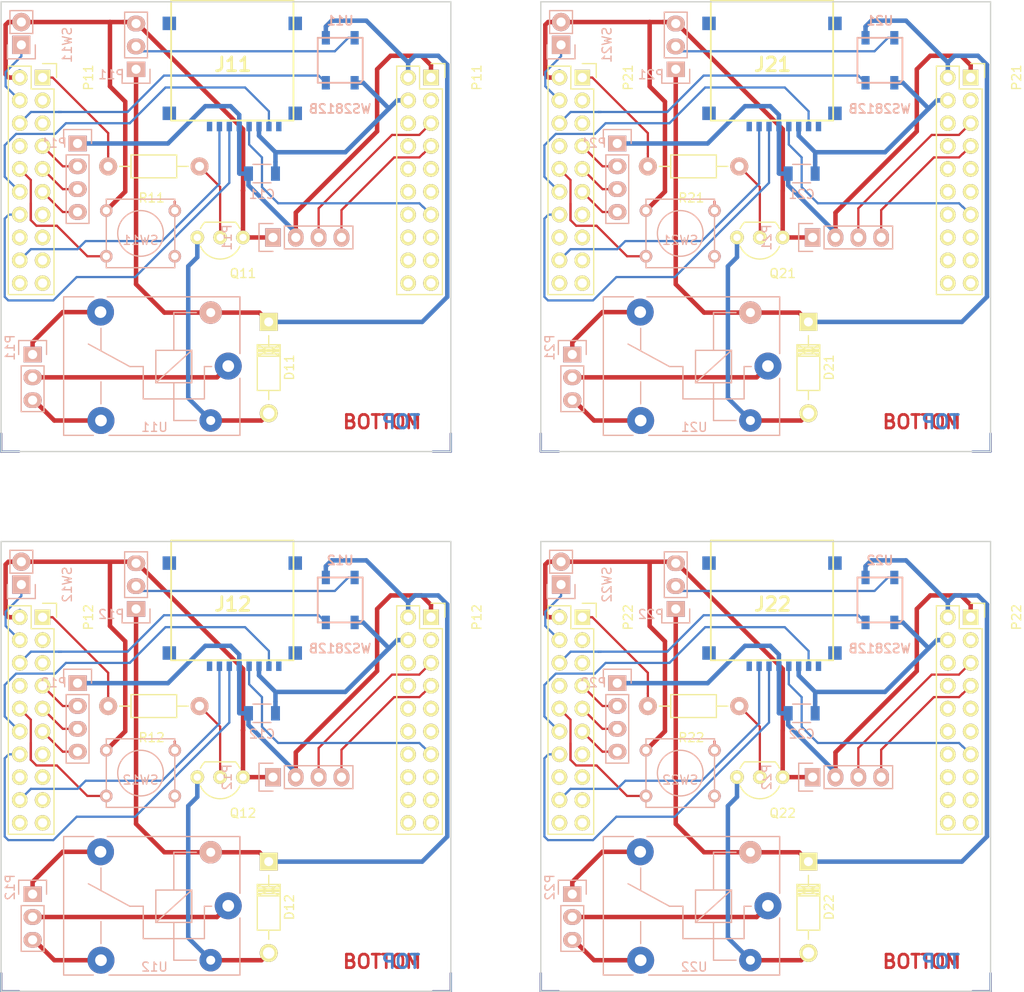
<source format=kicad_pcb>
(kicad_pcb (version 4) (host pcbnew 4.0.2-stable)
  (layers (0 Top signal) (31 Bottom signal) (34 B.Paste user) (35 F.Paste user) (36 B.SilkS user) (37 F.SilkS user) (38 B.Mask user) (39 F.Mask user) (44 Edge.Cuts user))
  (net 0 "")
  (net 1 +3.3v)
  (net 2 GND)
  (net 3 PQ1)
  (net 4 PQ3)
  (net 5 PQ0)
  (net 6 PQ2)
  (net 7 "Net-(D1-Pad2)")
  (net 8 +5V)
  (net 9 PP0)
  (net 10 PP1)
  (net 11 "Net-(P2-Pad1)")
  (net 12 "Net-(P2-Pad2)")
  (net 13 "Net-(P2-Pad3)")
  (net 14 PM0)
  (net 15 PM1)
  (net 16 PM2)
  (net 17 PD2)
  (net 18 PB4)
  (net 19 PB5)
  (net 20 JP4?)
  (net 21 PK0)
  (net 22 JP5?)
  (net 23 PK1)
  (net 24 PK2)
  (net 25 PP4)
  (net 26 PK3)
  (net 27 PN5)
  (net 28 PA4)
  (net 29 PN4)
  (net 30 PA5)
  (net 31 PG1)
  (net 32 PK4)
  (net 33 PM7)
  (net 34 PK5)
  (net 35 PP5)
  (net 36 PA7)
  (net 37 /RESET)
  (net 38 PH0)
  (net 39 PH1)
  (net 40 PP3)
  (net 41 PK6)
  (net 42 PK7)
  (net 43 PM6)
  (net 44 "Net-(P6-Pad2)")
  (net 45 "Net-(Q1-Pad2)")
  (net 46 "Net-(J1-Pad8)")
  (net 47 "Net-(J1-Pad1)")
  (module Buttons_Switches_ThroughHole:SW_PUSH_SMALL (layer Bottom) (at 94.5 104.75)
    (fp_text reference SW22 (at 0 0.762) (layer B.SilkS) (effects (justify mirror)))
    (fp_text value SW_RST)
    (pad 1 thru_hole circle (at 3.81 2.54) (size 1.397 1.397) (drill 0.8128) (layers *.Cu *.Mask B.SilkS) (net 37 /RESET))
    (pad 2 thru_hole circle (at 3.81 -2.54) (size 1.397 1.397) (drill 0.8128) (layers *.Cu *.Mask B.SilkS) (net 2 GND))
    (pad 1 thru_hole circle (at -3.81 2.54) (size 1.397 1.397) (drill 0.8128) (layers *.Cu *.Mask B.SilkS) (net 37 /RESET))
    (pad 2 thru_hole circle (at -3.81 -2.54) (size 1.397 1.397) (drill 0.8128) (layers *.Cu *.Mask B.SilkS) (net 2 GND))
  )
  (module Buttons_Switches_ThroughHole:SW_PUSH_SMALL (layer Bottom) (at 34.5 104.75)
    (fp_text reference SW12 (at 0 0.762) (layer B.SilkS) (effects (justify mirror)))
    (fp_text value SW_RST)
    (pad 1 thru_hole circle (at 3.81 2.54) (size 1.397 1.397) (drill 0.8128) (layers *.Cu *.Mask B.SilkS) (net 37 /RESET))
    (pad 2 thru_hole circle (at 3.81 -2.54) (size 1.397 1.397) (drill 0.8128) (layers *.Cu *.Mask B.SilkS) (net 2 GND))
    (pad 1 thru_hole circle (at -3.81 2.54) (size 1.397 1.397) (drill 0.8128) (layers *.Cu *.Mask B.SilkS) (net 37 /RESET))
    (pad 2 thru_hole circle (at -3.81 -2.54) (size 1.397 1.397) (drill 0.8128) (layers *.Cu *.Mask B.SilkS) (net 2 GND))
  )
  (module Buttons_Switches_ThroughHole:SW_PUSH_SMALL (layer Bottom) (at 94.5 44.75)
    (fp_text reference SW21 (at 0 0.762) (layer B.SilkS) (effects (justify mirror)))
    (fp_text value SW_RST)
    (pad 1 thru_hole circle (at 3.81 2.54) (size 1.397 1.397) (drill 0.8128) (layers *.Cu *.Mask B.SilkS) (net 37 /RESET))
    (pad 2 thru_hole circle (at 3.81 -2.54) (size 1.397 1.397) (drill 0.8128) (layers *.Cu *.Mask B.SilkS) (net 2 GND))
    (pad 1 thru_hole circle (at -3.81 2.54) (size 1.397 1.397) (drill 0.8128) (layers *.Cu *.Mask B.SilkS) (net 37 /RESET))
    (pad 2 thru_hole circle (at -3.81 -2.54) (size 1.397 1.397) (drill 0.8128) (layers *.Cu *.Mask B.SilkS) (net 2 GND))
  )
  (module Pin_Headers:Pin_Header_Straight_1x03 (layer Bottom) (at 82.5 118.21 180)
    (fp_text reference P22 (at 2.5 0.76 450) (layer B.SilkS) (effects (justify mirror)))
    (fp_text value CONN_RELAY)
    (pad 1 thru_hole rect (at 0 0 180) (size 2.032 1.7272) (drill 1.016) (layers *.Cu *.Mask B.SilkS) (net 11 "Net-(P2-Pad1)"))
    (pad 2 thru_hole oval (at 0 -2.54 180) (size 2.032 1.7272) (drill 1.016) (layers *.Cu *.Mask B.SilkS) (net 12 "Net-(P2-Pad2)"))
    (pad 3 thru_hole oval (at 0 -5.08 180) (size 2.032 1.7272) (drill 1.016) (layers *.Cu *.Mask B.SilkS) (net 13 "Net-(P2-Pad3)"))
  )
  (module Pin_Headers:Pin_Header_Straight_1x03 (layer Bottom) (at 22.5 118.21 180)
    (fp_text reference P12 (at 2.5 0.76 450) (layer B.SilkS) (effects (justify mirror)))
    (fp_text value CONN_RELAY)
    (pad 1 thru_hole rect (at 0 0 180) (size 2.032 1.7272) (drill 1.016) (layers *.Cu *.Mask B.SilkS) (net 11 "Net-(P2-Pad1)"))
    (pad 2 thru_hole oval (at 0 -2.54 180) (size 2.032 1.7272) (drill 1.016) (layers *.Cu *.Mask B.SilkS) (net 12 "Net-(P2-Pad2)"))
    (pad 3 thru_hole oval (at 0 -5.08 180) (size 2.032 1.7272) (drill 1.016) (layers *.Cu *.Mask B.SilkS) (net 13 "Net-(P2-Pad3)"))
  )
  (module Pin_Headers:Pin_Header_Straight_1x03 (layer Bottom) (at 82.5 58.21 180)
    (fp_text reference P21 (at 2.5 0.76 450) (layer B.SilkS) (effects (justify mirror)))
    (fp_text value CONN_RELAY)
    (pad 1 thru_hole rect (at 0 0 180) (size 2.032 1.7272) (drill 1.016) (layers *.Cu *.Mask B.SilkS) (net 11 "Net-(P2-Pad1)"))
    (pad 2 thru_hole oval (at 0 -2.54 180) (size 2.032 1.7272) (drill 1.016) (layers *.Cu *.Mask B.SilkS) (net 12 "Net-(P2-Pad2)"))
    (pad 3 thru_hole oval (at 0 -5.08 180) (size 2.032 1.7272) (drill 1.016) (layers *.Cu *.Mask B.SilkS) (net 13 "Net-(P2-Pad3)"))
  )
  (module Relays_ThroughHole:Relay_SANYOU_SRD_Series_Form_C (layer Bottom) (at 104.25 119.5 180)
    (fp_text reference U22 (at 8.2 -6.8 180) (layer B.SilkS) (effects (justify mirror)))
    (fp_text value SRD-05VDC-SL-C)
    (pad 2 thru_hole circle (at 1.95 -6.05 90) (size 2.5 2.5) (drill 1) (layers *.Cu *.Mask) (net 7 "Net-(D1-Pad2)"))
    (pad 3 thru_hole circle (at 14.15 -6.05 90) (size 3 3) (drill 1.3) (layers *.Cu *.Mask) (net 13 "Net-(P2-Pad3)"))
    (pad 4 thru_hole circle (at 14.2 6 90) (size 3 3) (drill 1.3) (layers *.Cu *.Mask) (net 11 "Net-(P2-Pad1)"))
    (pad 5 thru_hole circle (at 1.95 5.95 90) (size 2.5 2.5) (drill 1) (layers *.Cu *.Mask B.SilkS) (net 8 +5V))
    (pad 1 thru_hole circle (at 0 0 90) (size 3 3) (drill 1.3) (layers *.Cu *.Mask) (net 12 "Net-(P2-Pad2)"))
  )
  (module Relays_ThroughHole:Relay_SANYOU_SRD_Series_Form_C (layer Bottom) (at 44.25 119.5 180)
    (fp_text reference U12 (at 8.2 -6.8 180) (layer B.SilkS) (effects (justify mirror)))
    (fp_text value SRD-05VDC-SL-C)
    (pad 2 thru_hole circle (at 1.95 -6.05 90) (size 2.5 2.5) (drill 1) (layers *.Cu *.Mask) (net 7 "Net-(D1-Pad2)"))
    (pad 3 thru_hole circle (at 14.15 -6.05 90) (size 3 3) (drill 1.3) (layers *.Cu *.Mask) (net 13 "Net-(P2-Pad3)"))
    (pad 4 thru_hole circle (at 14.2 6 90) (size 3 3) (drill 1.3) (layers *.Cu *.Mask) (net 11 "Net-(P2-Pad1)"))
    (pad 5 thru_hole circle (at 1.95 5.95 90) (size 2.5 2.5) (drill 1) (layers *.Cu *.Mask B.SilkS) (net 8 +5V))
    (pad 1 thru_hole circle (at 0 0 90) (size 3 3) (drill 1.3) (layers *.Cu *.Mask) (net 12 "Net-(P2-Pad2)"))
  )
  (module Relays_ThroughHole:Relay_SANYOU_SRD_Series_Form_C (layer Bottom) (at 104.25 59.5 180)
    (fp_text reference U21 (at 8.2 -6.8 180) (layer B.SilkS) (effects (justify mirror)))
    (fp_text value SRD-05VDC-SL-C)
    (pad 2 thru_hole circle (at 1.95 -6.05 90) (size 2.5 2.5) (drill 1) (layers *.Cu *.Mask) (net 7 "Net-(D1-Pad2)"))
    (pad 3 thru_hole circle (at 14.15 -6.05 90) (size 3 3) (drill 1.3) (layers *.Cu *.Mask) (net 13 "Net-(P2-Pad3)"))
    (pad 4 thru_hole circle (at 14.2 6 90) (size 3 3) (drill 1.3) (layers *.Cu *.Mask) (net 11 "Net-(P2-Pad1)"))
    (pad 5 thru_hole circle (at 1.95 5.95 90) (size 2.5 2.5) (drill 1) (layers *.Cu *.Mask B.SilkS) (net 8 +5V))
    (pad 1 thru_hole circle (at 0 0 90) (size 3 3) (drill 1.3) (layers *.Cu *.Mask) (net 12 "Net-(P2-Pad2)"))
  )
  (module Pin_Headers:Pin_Header_Straight_1x04 (layer Bottom) (at 87.5 94.75 180)
    (fp_text reference P22 (at 2.65 0.05 180) (layer B.SilkS) (effects (justify mirror)))
    (fp_text value CONN_RGB_LED)
    (pad 1 thru_hole rect (at 0 0 180) (size 2.032 1.7272) (drill 1.016) (layers *.Cu *.Mask B.SilkS) (net 1 +3.3v))
    (pad 2 thru_hole oval (at 0 -2.54 180) (size 2.032 1.7272) (drill 1.016) (layers *.Cu *.Mask B.SilkS) (net 14 PM0))
    (pad 3 thru_hole oval (at 0 -5.08 180) (size 2.032 1.7272) (drill 1.016) (layers *.Cu *.Mask B.SilkS) (net 15 PM1))
    (pad 4 thru_hole oval (at 0 -7.62 180) (size 2.032 1.7272) (drill 1.016) (layers *.Cu *.Mask B.SilkS) (net 16 PM2))
  )
  (module Pin_Headers:Pin_Header_Straight_1x04 (layer Bottom) (at 27.5 94.75 180)
    (fp_text reference P12 (at 2.65 0.05 180) (layer B.SilkS) (effects (justify mirror)))
    (fp_text value CONN_RGB_LED)
    (pad 1 thru_hole rect (at 0 0 180) (size 2.032 1.7272) (drill 1.016) (layers *.Cu *.Mask B.SilkS) (net 1 +3.3v))
    (pad 2 thru_hole oval (at 0 -2.54 180) (size 2.032 1.7272) (drill 1.016) (layers *.Cu *.Mask B.SilkS) (net 14 PM0))
    (pad 3 thru_hole oval (at 0 -5.08 180) (size 2.032 1.7272) (drill 1.016) (layers *.Cu *.Mask B.SilkS) (net 15 PM1))
    (pad 4 thru_hole oval (at 0 -7.62 180) (size 2.032 1.7272) (drill 1.016) (layers *.Cu *.Mask B.SilkS) (net 16 PM2))
  )
  (module Pin_Headers:Pin_Header_Straight_1x04 (layer Bottom) (at 87.5 34.75 180)
    (fp_text reference P21 (at 2.65 0.05 180) (layer B.SilkS) (effects (justify mirror)))
    (fp_text value CONN_RGB_LED)
    (pad 1 thru_hole rect (at 0 0 180) (size 2.032 1.7272) (drill 1.016) (layers *.Cu *.Mask B.SilkS) (net 1 +3.3v))
    (pad 2 thru_hole oval (at 0 -2.54 180) (size 2.032 1.7272) (drill 1.016) (layers *.Cu *.Mask B.SilkS) (net 14 PM0))
    (pad 3 thru_hole oval (at 0 -5.08 180) (size 2.032 1.7272) (drill 1.016) (layers *.Cu *.Mask B.SilkS) (net 15 PM1))
    (pad 4 thru_hole oval (at 0 -7.62 180) (size 2.032 1.7272) (drill 1.016) (layers *.Cu *.Mask B.SilkS) (net 16 PM2))
  )
  (module Capacitors_SMD:C_1206 (layer Bottom) (at 108 98.1)
    (fp_text reference C22 (at 0 2.3) (layer B.SilkS) (effects (justify mirror)))
    (fp_text value C_Small)
    (pad 1 smd rect (at -1.5 0) (size 1 1.6) (layers Bottom B.Paste B.Mask) (net 1 +3.3v))
    (pad 2 smd rect (at 1.5 0) (size 1 1.6) (layers Bottom B.Paste B.Mask) (net 2 GND))
  )
  (module Capacitors_SMD:C_1206 (layer Bottom) (at 48 98.1)
    (fp_text reference C12 (at 0 2.3) (layer B.SilkS) (effects (justify mirror)))
    (fp_text value C_Small)
    (pad 1 smd rect (at -1.5 0) (size 1 1.6) (layers Bottom B.Paste B.Mask) (net 1 +3.3v))
    (pad 2 smd rect (at 1.5 0) (size 1 1.6) (layers Bottom B.Paste B.Mask) (net 2 GND))
  )
  (module Capacitors_SMD:C_1206 (layer Bottom) (at 108 38.1)
    (fp_text reference C21 (at 0 2.3) (layer B.SilkS) (effects (justify mirror)))
    (fp_text value C_Small)
    (pad 1 smd rect (at -1.5 0) (size 1 1.6) (layers Bottom B.Paste B.Mask) (net 1 +3.3v))
    (pad 2 smd rect (at 1.5 0) (size 1 1.6) (layers Bottom B.Paste B.Mask) (net 2 GND))
  )
  (module Socket_Strips:Socket_Strip_Straight_1x02 (layer Bottom) (at 81.25 83.79 90)
    (fp_text reference SW22 (at 0 5.1 90) (layer B.SilkS) (effects (justify mirror)))
    (fp_text value SW_BTN)
    (pad 1 thru_hole rect (at 0 0 90) (size 2.032 2.032) (drill 1.016) (layers *.Cu *.Mask B.SilkS) (net 33 PM7))
    (pad 2 thru_hole oval (at 2.54 0 90) (size 2.032 2.032) (drill 1.016) (layers *.Cu *.Mask B.SilkS) (net 2 GND))
  )
  (module Socket_Strips:Socket_Strip_Straight_1x02 (layer Bottom) (at 21.25 83.79 90)
    (fp_text reference SW12 (at 0 5.1 90) (layer B.SilkS) (effects (justify mirror)))
    (fp_text value SW_BTN)
    (pad 1 thru_hole rect (at 0 0 90) (size 2.032 2.032) (drill 1.016) (layers *.Cu *.Mask B.SilkS) (net 33 PM7))
    (pad 2 thru_hole oval (at 2.54 0 90) (size 2.032 2.032) (drill 1.016) (layers *.Cu *.Mask B.SilkS) (net 2 GND))
  )
  (module Socket_Strips:Socket_Strip_Straight_1x02 (layer Bottom) (at 81.25 23.79 90)
    (fp_text reference SW21 (at 0 5.1 90) (layer B.SilkS) (effects (justify mirror)))
    (fp_text value SW_BTN)
    (pad 1 thru_hole rect (at 0 0 90) (size 2.032 2.032) (drill 1.016) (layers *.Cu *.Mask B.SilkS) (net 33 PM7))
    (pad 2 thru_hole oval (at 2.54 0 90) (size 2.032 2.032) (drill 1.016) (layers *.Cu *.Mask B.SilkS) (net 2 GND))
  )
  (module Pin_Headers:Pin_Header_Straight_1x03 (layer Bottom) (at 94 86.5)
    (fp_text reference P22 (at -2.75 0.6) (layer B.SilkS) (effects (justify mirror)))
    (fp_text value CONN_WS2812)
    (pad 1 thru_hole rect (at 0 0) (size 2.032 1.7272) (drill 1.016) (layers *.Cu *.Mask B.SilkS) (net 8 +5V))
    (pad 2 thru_hole oval (at 0 -2.54) (size 2.032 1.7272) (drill 1.016) (layers *.Cu *.Mask B.SilkS) (net 44 "Net-(P6-Pad2)"))
    (pad 3 thru_hole oval (at 0 -5.08) (size 2.032 1.7272) (drill 1.016) (layers *.Cu *.Mask B.SilkS) (net 2 GND))
  )
  (module Pin_Headers:Pin_Header_Straight_1x03 (layer Bottom) (at 34 86.5)
    (fp_text reference P12 (at -2.75 0.6) (layer B.SilkS) (effects (justify mirror)))
    (fp_text value CONN_WS2812)
    (pad 1 thru_hole rect (at 0 0) (size 2.032 1.7272) (drill 1.016) (layers *.Cu *.Mask B.SilkS) (net 8 +5V))
    (pad 2 thru_hole oval (at 0 -2.54) (size 2.032 1.7272) (drill 1.016) (layers *.Cu *.Mask B.SilkS) (net 44 "Net-(P6-Pad2)"))
    (pad 3 thru_hole oval (at 0 -5.08) (size 2.032 1.7272) (drill 1.016) (layers *.Cu *.Mask B.SilkS) (net 2 GND))
  )
  (module Pin_Headers:Pin_Header_Straight_1x03 (layer Bottom) (at 94 26.5)
    (fp_text reference P21 (at -2.75 0.6) (layer B.SilkS) (effects (justify mirror)))
    (fp_text value CONN_WS2812)
    (pad 1 thru_hole rect (at 0 0) (size 2.032 1.7272) (drill 1.016) (layers *.Cu *.Mask B.SilkS) (net 8 +5V))
    (pad 2 thru_hole oval (at 0 -2.54) (size 2.032 1.7272) (drill 1.016) (layers *.Cu *.Mask B.SilkS) (net 44 "Net-(P6-Pad2)"))
    (pad 3 thru_hole oval (at 0 -5.08) (size 2.032 1.7272) (drill 1.016) (layers *.Cu *.Mask B.SilkS) (net 2 GND))
  )
  (module Pin_Headers:Pin_Header_Straight_1x04 (layer Bottom) (at 109.22 105.2 270)
    (fp_text reference P22 (at 0 5.1 270) (layer B.SilkS) (effects (justify mirror)))
    (fp_text value CONN_NFC)
    (pad 1 thru_hole rect (at 0 0 270) (size 2.032 1.7272) (drill 1.016) (layers *.Cu *.Mask B.SilkS) (net 2 GND))
    (pad 2 thru_hole oval (at 0 -2.54 270) (size 2.032 1.7272) (drill 1.016) (layers *.Cu *.Mask B.SilkS) (net 1 +3.3v))
    (pad 3 thru_hole oval (at 0 -5.08 270) (size 2.032 1.7272) (drill 1.016) (layers *.Cu *.Mask B.SilkS) (net 9 PP0))
    (pad 4 thru_hole oval (at 0 -7.62 270) (size 2.032 1.7272) (drill 1.016) (layers *.Cu *.Mask B.SilkS) (net 10 PP1))
  )
  (module Pin_Headers:Pin_Header_Straight_1x04 (layer Bottom) (at 49.22 105.2 270)
    (fp_text reference P12 (at 0 5.1 270) (layer B.SilkS) (effects (justify mirror)))
    (fp_text value CONN_NFC)
    (pad 1 thru_hole rect (at 0 0 270) (size 2.032 1.7272) (drill 1.016) (layers *.Cu *.Mask B.SilkS) (net 2 GND))
    (pad 2 thru_hole oval (at 0 -2.54 270) (size 2.032 1.7272) (drill 1.016) (layers *.Cu *.Mask B.SilkS) (net 1 +3.3v))
    (pad 3 thru_hole oval (at 0 -5.08 270) (size 2.032 1.7272) (drill 1.016) (layers *.Cu *.Mask B.SilkS) (net 9 PP0))
    (pad 4 thru_hole oval (at 0 -7.62 270) (size 2.032 1.7272) (drill 1.016) (layers *.Cu *.Mask B.SilkS) (net 10 PP1))
  )
  (module Pin_Headers:Pin_Header_Straight_1x04 (layer Bottom) (at 109.22 45.2 270)
    (fp_text reference P21 (at 0 5.1 270) (layer B.SilkS) (effects (justify mirror)))
    (fp_text value CONN_NFC)
    (pad 1 thru_hole rect (at 0 0 270) (size 2.032 1.7272) (drill 1.016) (layers *.Cu *.Mask B.SilkS) (net 2 GND))
    (pad 2 thru_hole oval (at 0 -2.54 270) (size 2.032 1.7272) (drill 1.016) (layers *.Cu *.Mask B.SilkS) (net 1 +3.3v))
    (pad 3 thru_hole oval (at 0 -5.08 270) (size 2.032 1.7272) (drill 1.016) (layers *.Cu *.Mask B.SilkS) (net 9 PP0))
    (pad 4 thru_hole oval (at 0 -7.62 270) (size 2.032 1.7272) (drill 1.016) (layers *.Cu *.Mask B.SilkS) (net 10 PP1))
  )
  (module ws2812:WS2812b (layer Bottom) (at 116.7 85.5 180)
    (fp_text reference U22 (at 0 4.4 180) (layer B.SilkS) (effects (font (thickness 0.2)) (justify mirror)))
    (fp_text value WS2812B (at 0.025 -5.4 180) (layer B.SilkS) (effects (font (thickness 0.2)) (justify mirror)))
    (pad 1 smd rect (at 1.6002 2.49936 180) (size 0.89916 1.50114) (layers Bottom B.Paste B.Mask) (net 8 +5V))
    (pad 2 smd rect (at -1.6002 2.49936 180) (size 0.89916 1.50114) (layers Bottom B.Paste B.Mask) (net 44 "Net-(P6-Pad2)"))
    (pad 3 smd rect (at -1.6002 -2.49936 180) (size 0.89916 1.50114) (layers Bottom B.Paste B.Mask) (net 2 GND))
    (pad 4 smd rect (at 1.6002 -2.49936 180) (size 0.89916 1.50114) (layers Bottom B.Paste B.Mask) (net 35 PP5))
  )
  (module ws2812:WS2812b (layer Bottom) (at 56.7 85.5 180)
    (fp_text reference U12 (at 0 4.4 180) (layer B.SilkS) (effects (font (thickness 0.2)) (justify mirror)))
    (fp_text value WS2812B (at 0.025 -5.4 180) (layer B.SilkS) (effects (font (thickness 0.2)) (justify mirror)))
    (pad 1 smd rect (at 1.6002 2.49936 180) (size 0.89916 1.50114) (layers Bottom B.Paste B.Mask) (net 8 +5V))
    (pad 2 smd rect (at -1.6002 2.49936 180) (size 0.89916 1.50114) (layers Bottom B.Paste B.Mask) (net 44 "Net-(P6-Pad2)"))
    (pad 3 smd rect (at -1.6002 -2.49936 180) (size 0.89916 1.50114) (layers Bottom B.Paste B.Mask) (net 2 GND))
    (pad 4 smd rect (at 1.6002 -2.49936 180) (size 0.89916 1.50114) (layers Bottom B.Paste B.Mask) (net 35 PP5))
  )
  (module ws2812:WS2812b (layer Bottom) (at 116.7 25.5 180)
    (fp_text reference U21 (at 0 4.4 180) (layer B.SilkS) (effects (font (thickness 0.2)) (justify mirror)))
    (fp_text value WS2812B (at 0.025 -5.4 180) (layer B.SilkS) (effects (font (thickness 0.2)) (justify mirror)))
    (pad 1 smd rect (at 1.6002 2.49936 180) (size 0.89916 1.50114) (layers Bottom B.Paste B.Mask) (net 8 +5V))
    (pad 2 smd rect (at -1.6002 2.49936 180) (size 0.89916 1.50114) (layers Bottom B.Paste B.Mask) (net 44 "Net-(P6-Pad2)"))
    (pad 3 smd rect (at -1.6002 -2.49936 180) (size 0.89916 1.50114) (layers Bottom B.Paste B.Mask) (net 2 GND))
    (pad 4 smd rect (at 1.6002 -2.49936 180) (size 0.89916 1.50114) (layers Bottom B.Paste B.Mask) (net 35 PP5))
  )
  (module TO_SOT_Packages_THT:TO-92_Inline_Wide (layer Top) (at 105.89 105.2 180)
    (fp_text reference Q22 (at 0 -4 360) (layer F.SilkS))
    (fp_text value PN2222A)
    (pad 2 thru_hole circle (at 2.54 0 270) (size 1.524 1.524) (drill 0.8) (layers *.Cu *.Mask F.SilkS) (net 45 "Net-(Q1-Pad2)"))
    (pad 3 thru_hole circle (at 5.08 0 270) (size 1.524 1.524) (drill 0.8) (layers *.Cu *.Mask F.SilkS) (net 7 "Net-(D1-Pad2)"))
    (pad 1 thru_hole circle (at 0 0 270) (size 1.524 1.524) (drill 0.8) (layers *.Cu *.Mask F.SilkS) (net 2 GND))
  )
  (module TO_SOT_Packages_THT:TO-92_Inline_Wide (layer Top) (at 45.89 105.2 180)
    (fp_text reference Q12 (at 0 -4 360) (layer F.SilkS))
    (fp_text value PN2222A)
    (pad 2 thru_hole circle (at 2.54 0 270) (size 1.524 1.524) (drill 0.8) (layers *.Cu *.Mask F.SilkS) (net 45 "Net-(Q1-Pad2)"))
    (pad 3 thru_hole circle (at 5.08 0 270) (size 1.524 1.524) (drill 0.8) (layers *.Cu *.Mask F.SilkS) (net 7 "Net-(D1-Pad2)"))
    (pad 1 thru_hole circle (at 0 0 270) (size 1.524 1.524) (drill 0.8) (layers *.Cu *.Mask F.SilkS) (net 2 GND))
  )
  (module TO_SOT_Packages_THT:TO-92_Inline_Wide (layer Top) (at 105.89 45.2 180)
    (fp_text reference Q21 (at 0 -4 360) (layer F.SilkS))
    (fp_text value PN2222A)
    (pad 2 thru_hole circle (at 2.54 0 270) (size 1.524 1.524) (drill 0.8) (layers *.Cu *.Mask F.SilkS) (net 45 "Net-(Q1-Pad2)"))
    (pad 3 thru_hole circle (at 5.08 0 270) (size 1.524 1.524) (drill 0.8) (layers *.Cu *.Mask F.SilkS) (net 7 "Net-(D1-Pad2)"))
    (pad 1 thru_hole circle (at 0 0 270) (size 1.524 1.524) (drill 0.8) (layers *.Cu *.Mask F.SilkS) (net 2 GND))
  )
  (module Socket_Strips:Socket_Strip_Straight_2x10 (layer Top) (at 83.61 87.42 270)
    (fp_text reference P22 (at 0 -5.1 270) (layer F.SilkS))
    (fp_text value CONN_X7)
    (pad 1 thru_hole rect (at 0 0 270) (size 1.7272 1.7272) (drill 1.016) (layers *.Cu *.Mask F.SilkS) (net 31 PG1))
    (pad 2 thru_hole oval (at 0 2.54 270) (size 1.7272 1.7272) (drill 1.016) (layers *.Cu *.Mask F.SilkS) (net 2 GND))
    (pad 3 thru_hole oval (at 2.54 0 270) (size 1.7272 1.7272) (drill 1.016) (layers *.Cu *.Mask F.SilkS) (net 32 PK4))
    (pad 4 thru_hole oval (at 2.54 2.54 270) (size 1.7272 1.7272) (drill 1.016) (layers *.Cu *.Mask F.SilkS) (net 33 PM7))
    (pad 5 thru_hole oval (at 5.08 0 270) (size 1.7272 1.7272) (drill 1.016) (layers *.Cu *.Mask F.SilkS) (net 34 PK5))
    (pad 6 thru_hole oval (at 5.08 2.54 270) (size 1.7272 1.7272) (drill 1.016) (layers *.Cu *.Mask F.SilkS) (net 35 PP5))
    (pad 7 thru_hole oval (at 7.62 0 270) (size 1.7272 1.7272) (drill 1.016) (layers *.Cu *.Mask F.SilkS) (net 14 PM0))
    (pad 8 thru_hole oval (at 7.62 2.54 270) (size 1.7272 1.7272) (drill 1.016) (layers *.Cu *.Mask F.SilkS) (net 36 PA7))
    (pad 9 thru_hole oval (at 10.16 0 270) (size 1.7272 1.7272) (drill 1.016) (layers *.Cu *.Mask F.SilkS) (net 15 PM1))
    (pad 10 thru_hole oval (at 10.16 2.54 270) (size 1.7272 1.7272) (drill 1.016) (layers *.Cu *.Mask F.SilkS) (net 37 /RESET))
    (pad 11 thru_hole oval (at 12.7 0 270) (size 1.7272 1.7272) (drill 1.016) (layers *.Cu *.Mask F.SilkS) (net 16 PM2))
    (pad 12 thru_hole oval (at 12.7 2.54 270) (size 1.7272 1.7272) (drill 1.016) (layers *.Cu *.Mask F.SilkS) (net 6 PQ2))
    (pad 13 thru_hole oval (at 15.24 0 270) (size 1.7272 1.7272) (drill 1.016) (layers *.Cu *.Mask F.SilkS) (net 38 PH0))
    (pad 14 thru_hole oval (at 15.24 2.54 270) (size 1.7272 1.7272) (drill 1.016) (layers *.Cu *.Mask F.SilkS) (net 4 PQ3))
    (pad 15 thru_hole oval (at 17.78 0 270) (size 1.7272 1.7272) (drill 1.016) (layers *.Cu *.Mask F.SilkS) (net 39 PH1))
    (pad 16 thru_hole oval (at 17.78 2.54 270) (size 1.7272 1.7272) (drill 1.016) (layers *.Cu *.Mask F.SilkS) (net 40 PP3))
    (pad 17 thru_hole oval (at 20.32 0 270) (size 1.7272 1.7272) (drill 1.016) (layers *.Cu *.Mask F.SilkS) (net 41 PK6))
    (pad 18 thru_hole oval (at 20.32 2.54 270) (size 1.7272 1.7272) (drill 1.016) (layers *.Cu *.Mask F.SilkS) (net 3 PQ1))
    (pad 19 thru_hole oval (at 22.86 0 270) (size 1.7272 1.7272) (drill 1.016) (layers *.Cu *.Mask F.SilkS) (net 42 PK7))
    (pad 20 thru_hole oval (at 22.86 2.54 270) (size 1.7272 1.7272) (drill 1.016) (layers *.Cu *.Mask F.SilkS) (net 43 PM6))
  )
  (module Socket_Strips:Socket_Strip_Straight_2x10 (layer Top) (at 23.61 87.42 270)
    (fp_text reference P12 (at 0 -5.1 270) (layer F.SilkS))
    (fp_text value CONN_X7)
    (pad 1 thru_hole rect (at 0 0 270) (size 1.7272 1.7272) (drill 1.016) (layers *.Cu *.Mask F.SilkS) (net 31 PG1))
    (pad 2 thru_hole oval (at 0 2.54 270) (size 1.7272 1.7272) (drill 1.016) (layers *.Cu *.Mask F.SilkS) (net 2 GND))
    (pad 3 thru_hole oval (at 2.54 0 270) (size 1.7272 1.7272) (drill 1.016) (layers *.Cu *.Mask F.SilkS) (net 32 PK4))
    (pad 4 thru_hole oval (at 2.54 2.54 270) (size 1.7272 1.7272) (drill 1.016) (layers *.Cu *.Mask F.SilkS) (net 33 PM7))
    (pad 5 thru_hole oval (at 5.08 0 270) (size 1.7272 1.7272) (drill 1.016) (layers *.Cu *.Mask F.SilkS) (net 34 PK5))
    (pad 6 thru_hole oval (at 5.08 2.54 270) (size 1.7272 1.7272) (drill 1.016) (layers *.Cu *.Mask F.SilkS) (net 35 PP5))
    (pad 7 thru_hole oval (at 7.62 0 270) (size 1.7272 1.7272) (drill 1.016) (layers *.Cu *.Mask F.SilkS) (net 14 PM0))
    (pad 8 thru_hole oval (at 7.62 2.54 270) (size 1.7272 1.7272) (drill 1.016) (layers *.Cu *.Mask F.SilkS) (net 36 PA7))
    (pad 9 thru_hole oval (at 10.16 0 270) (size 1.7272 1.7272) (drill 1.016) (layers *.Cu *.Mask F.SilkS) (net 15 PM1))
    (pad 10 thru_hole oval (at 10.16 2.54 270) (size 1.7272 1.7272) (drill 1.016) (layers *.Cu *.Mask F.SilkS) (net 37 /RESET))
    (pad 11 thru_hole oval (at 12.7 0 270) (size 1.7272 1.7272) (drill 1.016) (layers *.Cu *.Mask F.SilkS) (net 16 PM2))
    (pad 12 thru_hole oval (at 12.7 2.54 270) (size 1.7272 1.7272) (drill 1.016) (layers *.Cu *.Mask F.SilkS) (net 6 PQ2))
    (pad 13 thru_hole oval (at 15.24 0 270) (size 1.7272 1.7272) (drill 1.016) (layers *.Cu *.Mask F.SilkS) (net 38 PH0))
    (pad 14 thru_hole oval (at 15.24 2.54 270) (size 1.7272 1.7272) (drill 1.016) (layers *.Cu *.Mask F.SilkS) (net 4 PQ3))
    (pad 15 thru_hole oval (at 17.78 0 270) (size 1.7272 1.7272) (drill 1.016) (layers *.Cu *.Mask F.SilkS) (net 39 PH1))
    (pad 16 thru_hole oval (at 17.78 2.54 270) (size 1.7272 1.7272) (drill 1.016) (layers *.Cu *.Mask F.SilkS) (net 40 PP3))
    (pad 17 thru_hole oval (at 20.32 0 270) (size 1.7272 1.7272) (drill 1.016) (layers *.Cu *.Mask F.SilkS) (net 41 PK6))
    (pad 18 thru_hole oval (at 20.32 2.54 270) (size 1.7272 1.7272) (drill 1.016) (layers *.Cu *.Mask F.SilkS) (net 3 PQ1))
    (pad 19 thru_hole oval (at 22.86 0 270) (size 1.7272 1.7272) (drill 1.016) (layers *.Cu *.Mask F.SilkS) (net 42 PK7))
    (pad 20 thru_hole oval (at 22.86 2.54 270) (size 1.7272 1.7272) (drill 1.016) (layers *.Cu *.Mask F.SilkS) (net 43 PM6))
  )
  (module Socket_Strips:Socket_Strip_Straight_2x10 (layer Top) (at 83.61 27.42 270)
    (fp_text reference P21 (at 0 -5.1 270) (layer F.SilkS))
    (fp_text value CONN_X7)
    (pad 1 thru_hole rect (at 0 0 270) (size 1.7272 1.7272) (drill 1.016) (layers *.Cu *.Mask F.SilkS) (net 31 PG1))
    (pad 2 thru_hole oval (at 0 2.54 270) (size 1.7272 1.7272) (drill 1.016) (layers *.Cu *.Mask F.SilkS) (net 2 GND))
    (pad 3 thru_hole oval (at 2.54 0 270) (size 1.7272 1.7272) (drill 1.016) (layers *.Cu *.Mask F.SilkS) (net 32 PK4))
    (pad 4 thru_hole oval (at 2.54 2.54 270) (size 1.7272 1.7272) (drill 1.016) (layers *.Cu *.Mask F.SilkS) (net 33 PM7))
    (pad 5 thru_hole oval (at 5.08 0 270) (size 1.7272 1.7272) (drill 1.016) (layers *.Cu *.Mask F.SilkS) (net 34 PK5))
    (pad 6 thru_hole oval (at 5.08 2.54 270) (size 1.7272 1.7272) (drill 1.016) (layers *.Cu *.Mask F.SilkS) (net 35 PP5))
    (pad 7 thru_hole oval (at 7.62 0 270) (size 1.7272 1.7272) (drill 1.016) (layers *.Cu *.Mask F.SilkS) (net 14 PM0))
    (pad 8 thru_hole oval (at 7.62 2.54 270) (size 1.7272 1.7272) (drill 1.016) (layers *.Cu *.Mask F.SilkS) (net 36 PA7))
    (pad 9 thru_hole oval (at 10.16 0 270) (size 1.7272 1.7272) (drill 1.016) (layers *.Cu *.Mask F.SilkS) (net 15 PM1))
    (pad 10 thru_hole oval (at 10.16 2.54 270) (size 1.7272 1.7272) (drill 1.016) (layers *.Cu *.Mask F.SilkS) (net 37 /RESET))
    (pad 11 thru_hole oval (at 12.7 0 270) (size 1.7272 1.7272) (drill 1.016) (layers *.Cu *.Mask F.SilkS) (net 16 PM2))
    (pad 12 thru_hole oval (at 12.7 2.54 270) (size 1.7272 1.7272) (drill 1.016) (layers *.Cu *.Mask F.SilkS) (net 6 PQ2))
    (pad 13 thru_hole oval (at 15.24 0 270) (size 1.7272 1.7272) (drill 1.016) (layers *.Cu *.Mask F.SilkS) (net 38 PH0))
    (pad 14 thru_hole oval (at 15.24 2.54 270) (size 1.7272 1.7272) (drill 1.016) (layers *.Cu *.Mask F.SilkS) (net 4 PQ3))
    (pad 15 thru_hole oval (at 17.78 0 270) (size 1.7272 1.7272) (drill 1.016) (layers *.Cu *.Mask F.SilkS) (net 39 PH1))
    (pad 16 thru_hole oval (at 17.78 2.54 270) (size 1.7272 1.7272) (drill 1.016) (layers *.Cu *.Mask F.SilkS) (net 40 PP3))
    (pad 17 thru_hole oval (at 20.32 0 270) (size 1.7272 1.7272) (drill 1.016) (layers *.Cu *.Mask F.SilkS) (net 41 PK6))
    (pad 18 thru_hole oval (at 20.32 2.54 270) (size 1.7272 1.7272) (drill 1.016) (layers *.Cu *.Mask F.SilkS) (net 3 PQ1))
    (pad 19 thru_hole oval (at 22.86 0 270) (size 1.7272 1.7272) (drill 1.016) (layers *.Cu *.Mask F.SilkS) (net 42 PK7))
    (pad 20 thru_hole oval (at 22.86 2.54 270) (size 1.7272 1.7272) (drill 1.016) (layers *.Cu *.Mask F.SilkS) (net 43 PM6))
  )
  (module Diodes_ThroughHole:Diode_DO-41_SOD81_Horizontal_RM10 (layer Top) (at 108.74746 114.59 270)
    (fp_text reference D22 (at 5.06 -2.30254 270) (layer F.SilkS))
    (fp_text value 1N4007)
    (pad 2 thru_hole circle (at 10.16 -0.00254 90) (size 1.99898 1.99898) (drill 1.27) (layers *.Cu *.Mask F.SilkS) (net 7 "Net-(D1-Pad2)"))
    (pad 1 thru_hole rect (at 0 -0.00254 90) (size 1.99898 1.99898) (drill 1.00076) (layers *.Cu *.Mask F.SilkS) (net 8 +5V))
  )
  (module Diodes_ThroughHole:Diode_DO-41_SOD81_Horizontal_RM10 (layer Top) (at 48.74746 114.59 270)
    (fp_text reference D12 (at 5.06 -2.30254 270) (layer F.SilkS))
    (fp_text value 1N4007)
    (pad 2 thru_hole circle (at 10.16 -0.00254 90) (size 1.99898 1.99898) (drill 1.27) (layers *.Cu *.Mask F.SilkS) (net 7 "Net-(D1-Pad2)"))
    (pad 1 thru_hole rect (at 0 -0.00254 90) (size 1.99898 1.99898) (drill 1.00076) (layers *.Cu *.Mask F.SilkS) (net 8 +5V))
  )
  (module Diodes_ThroughHole:Diode_DO-41_SOD81_Horizontal_RM10 (layer Top) (at 108.74746 54.59 270)
    (fp_text reference D21 (at 5.06 -2.30254 270) (layer F.SilkS))
    (fp_text value 1N4007)
    (pad 2 thru_hole circle (at 10.16 -0.00254 90) (size 1.99898 1.99898) (drill 1.27) (layers *.Cu *.Mask F.SilkS) (net 7 "Net-(D1-Pad2)"))
    (pad 1 thru_hole rect (at 0 -0.00254 90) (size 1.99898 1.99898) (drill 1.00076) (layers *.Cu *.Mask F.SilkS) (net 8 +5V))
  )
  (module MicroSD:MICRO_SD_HINGE_CHINA (layer Top) (at 106.7 83.4)
    (fp_text reference J22 (at -1.92918 2.56912) (layer F.SilkS) (effects (font (thickness 0.3048))))
    (fp_text value MICRO_SD_HINGE hide)
    (pad 8 smd rect (at 3.16992 9.46912) (size 0.59944 1.04902) (layers Bottom B.Paste B.Mask) (net 46 "Net-(J1-Pad8)"))
    (pad 7 smd rect (at 2.0701 9.46912) (size 0.59944 1.04902) (layers Bottom B.Paste B.Mask) (net 6 PQ2))
    (pad 6 smd rect (at 0.97028 9.46912) (size 0.59944 1.04902) (layers Bottom B.Paste B.Mask) (net 2 GND))
    (pad 5 smd rect (at -0.12954 9.46912) (size 0.59944 1.04902) (layers Bottom B.Paste B.Mask) (net 5 PQ0))
    (pad 4 smd rect (at -1.22936 9.46912) (size 0.59944 1.04902) (layers Bottom B.Paste B.Mask) (net 1 +3.3v))
    (pad 3 smd rect (at -2.32918 9.46912) (size 0.59944 1.04902) (layers Bottom B.Paste B.Mask) (net 4 PQ3))
    (pad 2 smd rect (at -3.429 9.46912) (size 0.59944 1.04902) (layers Bottom B.Paste B.Mask) (net 3 PQ1))
    (pad 1 smd rect (at -4.52882 9.46912) (size 0.59944 1.04902) (layers Bottom B.Paste B.Mask) (net 47 "Net-(J1-Pad1)"))
    (pad 12 smd rect (at 5 8) (size 1.5 1.50114) (layers Bottom B.Paste B.Mask))
    (pad 9 smd rect (at -9 8) (size 1.5 1.5) (layers Bottom B.Paste B.Mask))
    (pad 11 smd rect (at 5 -2) (size 1.5 1.5) (layers Bottom B.Paste B.Mask))
    (pad 10 smd rect (at -9 -2) (size 1.5 1.5) (layers Bottom B.Paste B.Mask))
  )
  (module MicroSD:MICRO_SD_HINGE_CHINA (layer Top) (at 46.7 83.4)
    (fp_text reference J12 (at -1.92918 2.56912) (layer F.SilkS) (effects (font (thickness 0.3048))))
    (fp_text value MICRO_SD_HINGE hide)
    (pad 8 smd rect (at 3.16992 9.46912) (size 0.59944 1.04902) (layers Bottom B.Paste B.Mask) (net 46 "Net-(J1-Pad8)"))
    (pad 7 smd rect (at 2.0701 9.46912) (size 0.59944 1.04902) (layers Bottom B.Paste B.Mask) (net 6 PQ2))
    (pad 6 smd rect (at 0.97028 9.46912) (size 0.59944 1.04902) (layers Bottom B.Paste B.Mask) (net 2 GND))
    (pad 5 smd rect (at -0.12954 9.46912) (size 0.59944 1.04902) (layers Bottom B.Paste B.Mask) (net 5 PQ0))
    (pad 4 smd rect (at -1.22936 9.46912) (size 0.59944 1.04902) (layers Bottom B.Paste B.Mask) (net 1 +3.3v))
    (pad 3 smd rect (at -2.32918 9.46912) (size 0.59944 1.04902) (layers Bottom B.Paste B.Mask) (net 4 PQ3))
    (pad 2 smd rect (at -3.429 9.46912) (size 0.59944 1.04902) (layers Bottom B.Paste B.Mask) (net 3 PQ1))
    (pad 1 smd rect (at -4.52882 9.46912) (size 0.59944 1.04902) (layers Bottom B.Paste B.Mask) (net 47 "Net-(J1-Pad1)"))
    (pad 12 smd rect (at 5 8) (size 1.5 1.50114) (layers Bottom B.Paste B.Mask))
    (pad 9 smd rect (at -9 8) (size 1.5 1.5) (layers Bottom B.Paste B.Mask))
    (pad 11 smd rect (at 5 -2) (size 1.5 1.5) (layers Bottom B.Paste B.Mask))
    (pad 10 smd rect (at -9 -2) (size 1.5 1.5) (layers Bottom B.Paste B.Mask))
  )
  (module MicroSD:MICRO_SD_HINGE_CHINA (layer Top) (at 106.7 23.4)
    (fp_text reference J21 (at -1.92918 2.56912) (layer F.SilkS) (effects (font (thickness 0.3048))))
    (fp_text value MICRO_SD_HINGE hide)
    (pad 8 smd rect (at 3.16992 9.46912) (size 0.59944 1.04902) (layers Bottom B.Paste B.Mask) (net 46 "Net-(J1-Pad8)"))
    (pad 7 smd rect (at 2.0701 9.46912) (size 0.59944 1.04902) (layers Bottom B.Paste B.Mask) (net 6 PQ2))
    (pad 6 smd rect (at 0.97028 9.46912) (size 0.59944 1.04902) (layers Bottom B.Paste B.Mask) (net 2 GND))
    (pad 5 smd rect (at -0.12954 9.46912) (size 0.59944 1.04902) (layers Bottom B.Paste B.Mask) (net 5 PQ0))
    (pad 4 smd rect (at -1.22936 9.46912) (size 0.59944 1.04902) (layers Bottom B.Paste B.Mask) (net 1 +3.3v))
    (pad 3 smd rect (at -2.32918 9.46912) (size 0.59944 1.04902) (layers Bottom B.Paste B.Mask) (net 4 PQ3))
    (pad 2 smd rect (at -3.429 9.46912) (size 0.59944 1.04902) (layers Bottom B.Paste B.Mask) (net 3 PQ1))
    (pad 1 smd rect (at -4.52882 9.46912) (size 0.59944 1.04902) (layers Bottom B.Paste B.Mask) (net 47 "Net-(J1-Pad1)"))
    (pad 12 smd rect (at 5 8) (size 1.5 1.50114) (layers Bottom B.Paste B.Mask))
    (pad 9 smd rect (at -9 8) (size 1.5 1.5) (layers Bottom B.Paste B.Mask))
    (pad 11 smd rect (at 5 -2) (size 1.5 1.5) (layers Bottom B.Paste B.Mask))
    (pad 10 smd rect (at -9 -2) (size 1.5 1.5) (layers Bottom B.Paste B.Mask))
  )
  (module Socket_Strips:Socket_Strip_Straight_2x10 (layer Top) (at 126.79 87.42 270)
    (fp_text reference P22 (at 0 -5.1 270) (layer F.SilkS))
    (fp_text value CONN_X6)
    (pad 1 thru_hole rect (at 0 0 270) (size 1.7272 1.7272) (drill 1.016) (layers *.Cu *.Mask F.SilkS) (net 1 +3.3v))
    (pad 2 thru_hole oval (at 0 2.54 270) (size 1.7272 1.7272) (drill 1.016) (layers *.Cu *.Mask F.SilkS) (net 8 +5V))
    (pad 3 thru_hole oval (at 2.54 0 270) (size 1.7272 1.7272) (drill 1.016) (layers *.Cu *.Mask F.SilkS) (net 17 PD2))
    (pad 4 thru_hole oval (at 2.54 2.54 270) (size 1.7272 1.7272) (drill 1.016) (layers *.Cu *.Mask F.SilkS) (net 2 GND))
    (pad 5 thru_hole oval (at 5.08 0 270) (size 1.7272 1.7272) (drill 1.016) (layers *.Cu *.Mask F.SilkS) (net 9 PP0))
    (pad 6 thru_hole oval (at 5.08 2.54 270) (size 1.7272 1.7272) (drill 1.016) (layers *.Cu *.Mask F.SilkS) (net 18 PB4))
    (pad 7 thru_hole oval (at 7.62 0 270) (size 1.7272 1.7272) (drill 1.016) (layers *.Cu *.Mask F.SilkS) (net 10 PP1))
    (pad 8 thru_hole oval (at 7.62 2.54 270) (size 1.7272 1.7272) (drill 1.016) (layers *.Cu *.Mask F.SilkS) (net 19 PB5))
    (pad 9 thru_hole oval (at 10.16 0 270) (size 1.7272 1.7272) (drill 1.016) (layers *.Cu *.Mask F.SilkS) (net 20 JP4?))
    (pad 10 thru_hole oval (at 10.16 2.54 270) (size 1.7272 1.7272) (drill 1.016) (layers *.Cu *.Mask F.SilkS) (net 21 PK0))
    (pad 11 thru_hole oval (at 12.7 0 270) (size 1.7272 1.7272) (drill 1.016) (layers *.Cu *.Mask F.SilkS) (net 22 JP5?))
    (pad 12 thru_hole oval (at 12.7 2.54 270) (size 1.7272 1.7272) (drill 1.016) (layers *.Cu *.Mask F.SilkS) (net 23 PK1))
    (pad 13 thru_hole oval (at 15.24 0 270) (size 1.7272 1.7272) (drill 1.016) (layers *.Cu *.Mask F.SilkS) (net 5 PQ0))
    (pad 14 thru_hole oval (at 15.24 2.54 270) (size 1.7272 1.7272) (drill 1.016) (layers *.Cu *.Mask F.SilkS) (net 24 PK2))
    (pad 15 thru_hole oval (at 17.78 0 270) (size 1.7272 1.7272) (drill 1.016) (layers *.Cu *.Mask F.SilkS) (net 25 PP4))
    (pad 16 thru_hole oval (at 17.78 2.54 270) (size 1.7272 1.7272) (drill 1.016) (layers *.Cu *.Mask F.SilkS) (net 26 PK3))
    (pad 17 thru_hole oval (at 20.32 0 270) (size 1.7272 1.7272) (drill 1.016) (layers *.Cu *.Mask F.SilkS) (net 27 PN5))
    (pad 18 thru_hole oval (at 20.32 2.54 270) (size 1.7272 1.7272) (drill 1.016) (layers *.Cu *.Mask F.SilkS) (net 28 PA4))
    (pad 19 thru_hole oval (at 22.86 0 270) (size 1.7272 1.7272) (drill 1.016) (layers *.Cu *.Mask F.SilkS) (net 29 PN4))
    (pad 20 thru_hole oval (at 22.86 2.54 270) (size 1.7272 1.7272) (drill 1.016) (layers *.Cu *.Mask F.SilkS) (net 30 PA5))
  )
  (module Socket_Strips:Socket_Strip_Straight_2x10 (layer Top) (at 66.79 87.42 270)
    (fp_text reference P12 (at 0 -5.1 270) (layer F.SilkS))
    (fp_text value CONN_X6)
    (pad 1 thru_hole rect (at 0 0 270) (size 1.7272 1.7272) (drill 1.016) (layers *.Cu *.Mask F.SilkS) (net 1 +3.3v))
    (pad 2 thru_hole oval (at 0 2.54 270) (size 1.7272 1.7272) (drill 1.016) (layers *.Cu *.Mask F.SilkS) (net 8 +5V))
    (pad 3 thru_hole oval (at 2.54 0 270) (size 1.7272 1.7272) (drill 1.016) (layers *.Cu *.Mask F.SilkS) (net 17 PD2))
    (pad 4 thru_hole oval (at 2.54 2.54 270) (size 1.7272 1.7272) (drill 1.016) (layers *.Cu *.Mask F.SilkS) (net 2 GND))
    (pad 5 thru_hole oval (at 5.08 0 270) (size 1.7272 1.7272) (drill 1.016) (layers *.Cu *.Mask F.SilkS) (net 9 PP0))
    (pad 6 thru_hole oval (at 5.08 2.54 270) (size 1.7272 1.7272) (drill 1.016) (layers *.Cu *.Mask F.SilkS) (net 18 PB4))
    (pad 7 thru_hole oval (at 7.62 0 270) (size 1.7272 1.7272) (drill 1.016) (layers *.Cu *.Mask F.SilkS) (net 10 PP1))
    (pad 8 thru_hole oval (at 7.62 2.54 270) (size 1.7272 1.7272) (drill 1.016) (layers *.Cu *.Mask F.SilkS) (net 19 PB5))
    (pad 9 thru_hole oval (at 10.16 0 270) (size 1.7272 1.7272) (drill 1.016) (layers *.Cu *.Mask F.SilkS) (net 20 JP4?))
    (pad 10 thru_hole oval (at 10.16 2.54 270) (size 1.7272 1.7272) (drill 1.016) (layers *.Cu *.Mask F.SilkS) (net 21 PK0))
    (pad 11 thru_hole oval (at 12.7 0 270) (size 1.7272 1.7272) (drill 1.016) (layers *.Cu *.Mask F.SilkS) (net 22 JP5?))
    (pad 12 thru_hole oval (at 12.7 2.54 270) (size 1.7272 1.7272) (drill 1.016) (layers *.Cu *.Mask F.SilkS) (net 23 PK1))
    (pad 13 thru_hole oval (at 15.24 0 270) (size 1.7272 1.7272) (drill 1.016) (layers *.Cu *.Mask F.SilkS) (net 5 PQ0))
    (pad 14 thru_hole oval (at 15.24 2.54 270) (size 1.7272 1.7272) (drill 1.016) (layers *.Cu *.Mask F.SilkS) (net 24 PK2))
    (pad 15 thru_hole oval (at 17.78 0 270) (size 1.7272 1.7272) (drill 1.016) (layers *.Cu *.Mask F.SilkS) (net 25 PP4))
    (pad 16 thru_hole oval (at 17.78 2.54 270) (size 1.7272 1.7272) (drill 1.016) (layers *.Cu *.Mask F.SilkS) (net 26 PK3))
    (pad 17 thru_hole oval (at 20.32 0 270) (size 1.7272 1.7272) (drill 1.016) (layers *.Cu *.Mask F.SilkS) (net 27 PN5))
    (pad 18 thru_hole oval (at 20.32 2.54 270) (size 1.7272 1.7272) (drill 1.016) (layers *.Cu *.Mask F.SilkS) (net 28 PA4))
    (pad 19 thru_hole oval (at 22.86 0 270) (size 1.7272 1.7272) (drill 1.016) (layers *.Cu *.Mask F.SilkS) (net 29 PN4))
    (pad 20 thru_hole oval (at 22.86 2.54 270) (size 1.7272 1.7272) (drill 1.016) (layers *.Cu *.Mask F.SilkS) (net 30 PA5))
  )
  (module Socket_Strips:Socket_Strip_Straight_2x10 (layer Top) (at 126.79 27.42 270)
    (fp_text reference P21 (at 0 -5.1 270) (layer F.SilkS))
    (fp_text value CONN_X6)
    (pad 1 thru_hole rect (at 0 0 270) (size 1.7272 1.7272) (drill 1.016) (layers *.Cu *.Mask F.SilkS) (net 1 +3.3v))
    (pad 2 thru_hole oval (at 0 2.54 270) (size 1.7272 1.7272) (drill 1.016) (layers *.Cu *.Mask F.SilkS) (net 8 +5V))
    (pad 3 thru_hole oval (at 2.54 0 270) (size 1.7272 1.7272) (drill 1.016) (layers *.Cu *.Mask F.SilkS) (net 17 PD2))
    (pad 4 thru_hole oval (at 2.54 2.54 270) (size 1.7272 1.7272) (drill 1.016) (layers *.Cu *.Mask F.SilkS) (net 2 GND))
    (pad 5 thru_hole oval (at 5.08 0 270) (size 1.7272 1.7272) (drill 1.016) (layers *.Cu *.Mask F.SilkS) (net 9 PP0))
    (pad 6 thru_hole oval (at 5.08 2.54 270) (size 1.7272 1.7272) (drill 1.016) (layers *.Cu *.Mask F.SilkS) (net 18 PB4))
    (pad 7 thru_hole oval (at 7.62 0 270) (size 1.7272 1.7272) (drill 1.016) (layers *.Cu *.Mask F.SilkS) (net 10 PP1))
    (pad 8 thru_hole oval (at 7.62 2.54 270) (size 1.7272 1.7272) (drill 1.016) (layers *.Cu *.Mask F.SilkS) (net 19 PB5))
    (pad 9 thru_hole oval (at 10.16 0 270) (size 1.7272 1.7272) (drill 1.016) (layers *.Cu *.Mask F.SilkS) (net 20 JP4?))
    (pad 10 thru_hole oval (at 10.16 2.54 270) (size 1.7272 1.7272) (drill 1.016) (layers *.Cu *.Mask F.SilkS) (net 21 PK0))
    (pad 11 thru_hole oval (at 12.7 0 270) (size 1.7272 1.7272) (drill 1.016) (layers *.Cu *.Mask F.SilkS) (net 22 JP5?))
    (pad 12 thru_hole oval (at 12.7 2.54 270) (size 1.7272 1.7272) (drill 1.016) (layers *.Cu *.Mask F.SilkS) (net 23 PK1))
    (pad 13 thru_hole oval (at 15.24 0 270) (size 1.7272 1.7272) (drill 1.016) (layers *.Cu *.Mask F.SilkS) (net 5 PQ0))
    (pad 14 thru_hole oval (at 15.24 2.54 270) (size 1.7272 1.7272) (drill 1.016) (layers *.Cu *.Mask F.SilkS) (net 24 PK2))
    (pad 15 thru_hole oval (at 17.78 0 270) (size 1.7272 1.7272) (drill 1.016) (layers *.Cu *.Mask F.SilkS) (net 25 PP4))
    (pad 16 thru_hole oval (at 17.78 2.54 270) (size 1.7272 1.7272) (drill 1.016) (layers *.Cu *.Mask F.SilkS) (net 26 PK3))
    (pad 17 thru_hole oval (at 20.32 0 270) (size 1.7272 1.7272) (drill 1.016) (layers *.Cu *.Mask F.SilkS) (net 27 PN5))
    (pad 18 thru_hole oval (at 20.32 2.54 270) (size 1.7272 1.7272) (drill 1.016) (layers *.Cu *.Mask F.SilkS) (net 28 PA4))
    (pad 19 thru_hole oval (at 22.86 0 270) (size 1.7272 1.7272) (drill 1.016) (layers *.Cu *.Mask F.SilkS) (net 29 PN4))
    (pad 20 thru_hole oval (at 22.86 2.54 270) (size 1.7272 1.7272) (drill 1.016) (layers *.Cu *.Mask F.SilkS) (net 30 PA5))
  )
  (module Resistors_ThroughHole:Resistor_Horizontal_RM10mm (layer Top) (at 101.06 97.3 180)
    (fp_text reference R22 (at 5.32892 -3.50012 180) (layer F.SilkS))
    (fp_text value 1k)
    (pad 1 thru_hole circle (at 0 0 180) (size 1.99898 1.99898) (drill 1.00076) (layers *.Cu *.SilkS *.Mask) (net 45 "Net-(Q1-Pad2)"))
    (pad 2 thru_hole circle (at 10.16 0 180) (size 1.99898 1.99898) (drill 1.00076) (layers *.Cu *.SilkS *.Mask) (net 31 PG1))
  )
  (module Resistors_ThroughHole:Resistor_Horizontal_RM10mm (layer Top) (at 41.06 97.3 180)
    (fp_text reference R12 (at 5.32892 -3.50012 180) (layer F.SilkS))
    (fp_text value 1k)
    (pad 1 thru_hole circle (at 0 0 180) (size 1.99898 1.99898) (drill 1.00076) (layers *.Cu *.SilkS *.Mask) (net 45 "Net-(Q1-Pad2)"))
    (pad 2 thru_hole circle (at 10.16 0 180) (size 1.99898 1.99898) (drill 1.00076) (layers *.Cu *.SilkS *.Mask) (net 31 PG1))
  )
  (module Resistors_ThroughHole:Resistor_Horizontal_RM10mm (layer Top) (at 101.06 37.3 180)
    (fp_text reference R21 (at 5.32892 -3.50012 180) (layer F.SilkS))
    (fp_text value 1k)
    (pad 1 thru_hole circle (at 0 0 180) (size 1.99898 1.99898) (drill 1.00076) (layers *.Cu *.SilkS *.Mask) (net 45 "Net-(Q1-Pad2)"))
    (pad 2 thru_hole circle (at 10.16 0 180) (size 1.99898 1.99898) (drill 1.00076) (layers *.Cu *.SilkS *.Mask) (net 31 PG1))
  )
  (module Socket_Strips:Socket_Strip_Straight_2x10 (layer Top) (at 66.79 27.42 270)
    (fp_text reference P11 (at 0 -5.1 270) (layer F.SilkS))
    (fp_text value CONN_X6)
    (pad 1 thru_hole rect (at 0 0 270) (size 1.7272 1.7272) (drill 1.016) (layers *.Cu *.Mask F.SilkS) (net 1 +3.3v))
    (pad 2 thru_hole oval (at 0 2.54 270) (size 1.7272 1.7272) (drill 1.016) (layers *.Cu *.Mask F.SilkS) (net 8 +5V))
    (pad 3 thru_hole oval (at 2.54 0 270) (size 1.7272 1.7272) (drill 1.016) (layers *.Cu *.Mask F.SilkS) (net 17 PD2))
    (pad 4 thru_hole oval (at 2.54 2.54 270) (size 1.7272 1.7272) (drill 1.016) (layers *.Cu *.Mask F.SilkS) (net 2 GND))
    (pad 5 thru_hole oval (at 5.08 0 270) (size 1.7272 1.7272) (drill 1.016) (layers *.Cu *.Mask F.SilkS) (net 9 PP0))
    (pad 6 thru_hole oval (at 5.08 2.54 270) (size 1.7272 1.7272) (drill 1.016) (layers *.Cu *.Mask F.SilkS) (net 18 PB4))
    (pad 7 thru_hole oval (at 7.62 0 270) (size 1.7272 1.7272) (drill 1.016) (layers *.Cu *.Mask F.SilkS) (net 10 PP1))
    (pad 8 thru_hole oval (at 7.62 2.54 270) (size 1.7272 1.7272) (drill 1.016) (layers *.Cu *.Mask F.SilkS) (net 19 PB5))
    (pad 9 thru_hole oval (at 10.16 0 270) (size 1.7272 1.7272) (drill 1.016) (layers *.Cu *.Mask F.SilkS) (net 20 JP4?))
    (pad 10 thru_hole oval (at 10.16 2.54 270) (size 1.7272 1.7272) (drill 1.016) (layers *.Cu *.Mask F.SilkS) (net 21 PK0))
    (pad 11 thru_hole oval (at 12.7 0 270) (size 1.7272 1.7272) (drill 1.016) (layers *.Cu *.Mask F.SilkS) (net 22 JP5?))
    (pad 12 thru_hole oval (at 12.7 2.54 270) (size 1.7272 1.7272) (drill 1.016) (layers *.Cu *.Mask F.SilkS) (net 23 PK1))
    (pad 13 thru_hole oval (at 15.24 0 270) (size 1.7272 1.7272) (drill 1.016) (layers *.Cu *.Mask F.SilkS) (net 5 PQ0))
    (pad 14 thru_hole oval (at 15.24 2.54 270) (size 1.7272 1.7272) (drill 1.016) (layers *.Cu *.Mask F.SilkS) (net 24 PK2))
    (pad 15 thru_hole oval (at 17.78 0 270) (size 1.7272 1.7272) (drill 1.016) (layers *.Cu *.Mask F.SilkS) (net 25 PP4))
    (pad 16 thru_hole oval (at 17.78 2.54 270) (size 1.7272 1.7272) (drill 1.016) (layers *.Cu *.Mask F.SilkS) (net 26 PK3))
    (pad 17 thru_hole oval (at 20.32 0 270) (size 1.7272 1.7272) (drill 1.016) (layers *.Cu *.Mask F.SilkS) (net 27 PN5))
    (pad 18 thru_hole oval (at 20.32 2.54 270) (size 1.7272 1.7272) (drill 1.016) (layers *.Cu *.Mask F.SilkS) (net 28 PA4))
    (pad 19 thru_hole oval (at 22.86 0 270) (size 1.7272 1.7272) (drill 1.016) (layers *.Cu *.Mask F.SilkS) (net 29 PN4))
    (pad 20 thru_hole oval (at 22.86 2.54 270) (size 1.7272 1.7272) (drill 1.016) (layers *.Cu *.Mask F.SilkS) (net 30 PA5))
  )
  (module Pin_Headers:Pin_Header_Straight_1x04 (layer Bottom) (at 49.22 45.2 270)
    (fp_text reference P11 (at 0 5.1 270) (layer B.SilkS) (effects (justify mirror)))
    (fp_text value CONN_NFC)
    (pad 1 thru_hole rect (at 0 0 270) (size 2.032 1.7272) (drill 1.016) (layers *.Cu *.Mask B.SilkS) (net 2 GND))
    (pad 2 thru_hole oval (at 0 -2.54 270) (size 2.032 1.7272) (drill 1.016) (layers *.Cu *.Mask B.SilkS) (net 1 +3.3v))
    (pad 3 thru_hole oval (at 0 -5.08 270) (size 2.032 1.7272) (drill 1.016) (layers *.Cu *.Mask B.SilkS) (net 9 PP0))
    (pad 4 thru_hole oval (at 0 -7.62 270) (size 2.032 1.7272) (drill 1.016) (layers *.Cu *.Mask B.SilkS) (net 10 PP1))
  )
  (module MicroSD:MICRO_SD_HINGE_CHINA (layer Top) (at 46.7 23.4)
    (fp_text reference J11 (at -1.92918 2.56912) (layer F.SilkS) (effects (font (thickness 0.3048))))
    (fp_text value MICRO_SD_HINGE hide)
    (pad 8 smd rect (at 3.16992 9.46912) (size 0.59944 1.04902) (layers Bottom B.Paste B.Mask) (net 46 "Net-(J1-Pad8)"))
    (pad 7 smd rect (at 2.0701 9.46912) (size 0.59944 1.04902) (layers Bottom B.Paste B.Mask) (net 6 PQ2))
    (pad 6 smd rect (at 0.97028 9.46912) (size 0.59944 1.04902) (layers Bottom B.Paste B.Mask) (net 2 GND))
    (pad 5 smd rect (at -0.12954 9.46912) (size 0.59944 1.04902) (layers Bottom B.Paste B.Mask) (net 5 PQ0))
    (pad 4 smd rect (at -1.22936 9.46912) (size 0.59944 1.04902) (layers Bottom B.Paste B.Mask) (net 1 +3.3v))
    (pad 3 smd rect (at -2.32918 9.46912) (size 0.59944 1.04902) (layers Bottom B.Paste B.Mask) (net 4 PQ3))
    (pad 2 smd rect (at -3.429 9.46912) (size 0.59944 1.04902) (layers Bottom B.Paste B.Mask) (net 3 PQ1))
    (pad 1 smd rect (at -4.52882 9.46912) (size 0.59944 1.04902) (layers Bottom B.Paste B.Mask) (net 47 "Net-(J1-Pad1)"))
    (pad 12 smd rect (at 5 8) (size 1.5 1.50114) (layers Bottom B.Paste B.Mask))
    (pad 9 smd rect (at -9 8) (size 1.5 1.5) (layers Bottom B.Paste B.Mask))
    (pad 11 smd rect (at 5 -2) (size 1.5 1.5) (layers Bottom B.Paste B.Mask))
    (pad 10 smd rect (at -9 -2) (size 1.5 1.5) (layers Bottom B.Paste B.Mask))
  )
  (module Relays_ThroughHole:Relay_SANYOU_SRD_Series_Form_C (layer Bottom) (at 44.25 59.5 180)
    (fp_text reference U11 (at 8.2 -6.8 180) (layer B.SilkS) (effects (justify mirror)))
    (fp_text value SRD-05VDC-SL-C)
    (pad 2 thru_hole circle (at 1.95 -6.05 90) (size 2.5 2.5) (drill 1) (layers *.Cu *.Mask) (net 7 "Net-(D1-Pad2)"))
    (pad 3 thru_hole circle (at 14.15 -6.05 90) (size 3 3) (drill 1.3) (layers *.Cu *.Mask) (net 13 "Net-(P2-Pad3)"))
    (pad 4 thru_hole circle (at 14.2 6 90) (size 3 3) (drill 1.3) (layers *.Cu *.Mask) (net 11 "Net-(P2-Pad1)"))
    (pad 5 thru_hole circle (at 1.95 5.95 90) (size 2.5 2.5) (drill 1) (layers *.Cu *.Mask B.SilkS) (net 8 +5V))
    (pad 1 thru_hole circle (at 0 0 90) (size 3 3) (drill 1.3) (layers *.Cu *.Mask) (net 12 "Net-(P2-Pad2)"))
  )
  (module Diodes_ThroughHole:Diode_DO-41_SOD81_Horizontal_RM10 (layer Top) (at 48.74746 54.59 270)
    (fp_text reference D11 (at 5.06 -2.30254 270) (layer F.SilkS))
    (fp_text value 1N4007)
    (pad 2 thru_hole circle (at 10.16 -0.00254 90) (size 1.99898 1.99898) (drill 1.27) (layers *.Cu *.Mask F.SilkS) (net 7 "Net-(D1-Pad2)"))
    (pad 1 thru_hole rect (at 0 -0.00254 90) (size 1.99898 1.99898) (drill 1.00076) (layers *.Cu *.Mask F.SilkS) (net 8 +5V))
  )
  (module Pin_Headers:Pin_Header_Straight_1x03 (layer Bottom) (at 22.5 58.21 180)
    (fp_text reference P11 (at 2.5 0.76 450) (layer B.SilkS) (effects (justify mirror)))
    (fp_text value CONN_RELAY)
    (pad 1 thru_hole rect (at 0 0 180) (size 2.032 1.7272) (drill 1.016) (layers *.Cu *.Mask B.SilkS) (net 11 "Net-(P2-Pad1)"))
    (pad 2 thru_hole oval (at 0 -2.54 180) (size 2.032 1.7272) (drill 1.016) (layers *.Cu *.Mask B.SilkS) (net 12 "Net-(P2-Pad2)"))
    (pad 3 thru_hole oval (at 0 -5.08 180) (size 2.032 1.7272) (drill 1.016) (layers *.Cu *.Mask B.SilkS) (net 13 "Net-(P2-Pad3)"))
  )
  (module Pin_Headers:Pin_Header_Straight_1x04 (layer Bottom) (at 27.5 34.75 180)
    (fp_text reference P11 (at 2.65 0.05 180) (layer B.SilkS) (effects (justify mirror)))
    (fp_text value CONN_RGB_LED)
    (pad 1 thru_hole rect (at 0 0 180) (size 2.032 1.7272) (drill 1.016) (layers *.Cu *.Mask B.SilkS) (net 1 +3.3v))
    (pad 2 thru_hole oval (at 0 -2.54 180) (size 2.032 1.7272) (drill 1.016) (layers *.Cu *.Mask B.SilkS) (net 14 PM0))
    (pad 3 thru_hole oval (at 0 -5.08 180) (size 2.032 1.7272) (drill 1.016) (layers *.Cu *.Mask B.SilkS) (net 15 PM1))
    (pad 4 thru_hole oval (at 0 -7.62 180) (size 2.032 1.7272) (drill 1.016) (layers *.Cu *.Mask B.SilkS) (net 16 PM2))
  )
  (module Socket_Strips:Socket_Strip_Straight_2x10 (layer Top) (at 23.61 27.42 270)
    (fp_text reference P11 (at 0 -5.1 270) (layer F.SilkS))
    (fp_text value CONN_X7)
    (pad 1 thru_hole rect (at 0 0 270) (size 1.7272 1.7272) (drill 1.016) (layers *.Cu *.Mask F.SilkS) (net 31 PG1))
    (pad 2 thru_hole oval (at 0 2.54 270) (size 1.7272 1.7272) (drill 1.016) (layers *.Cu *.Mask F.SilkS) (net 2 GND))
    (pad 3 thru_hole oval (at 2.54 0 270) (size 1.7272 1.7272) (drill 1.016) (layers *.Cu *.Mask F.SilkS) (net 32 PK4))
    (pad 4 thru_hole oval (at 2.54 2.54 270) (size 1.7272 1.7272) (drill 1.016) (layers *.Cu *.Mask F.SilkS) (net 33 PM7))
    (pad 5 thru_hole oval (at 5.08 0 270) (size 1.7272 1.7272) (drill 1.016) (layers *.Cu *.Mask F.SilkS) (net 34 PK5))
    (pad 6 thru_hole oval (at 5.08 2.54 270) (size 1.7272 1.7272) (drill 1.016) (layers *.Cu *.Mask F.SilkS) (net 35 PP5))
    (pad 7 thru_hole oval (at 7.62 0 270) (size 1.7272 1.7272) (drill 1.016) (layers *.Cu *.Mask F.SilkS) (net 14 PM0))
    (pad 8 thru_hole oval (at 7.62 2.54 270) (size 1.7272 1.7272) (drill 1.016) (layers *.Cu *.Mask F.SilkS) (net 36 PA7))
    (pad 9 thru_hole oval (at 10.16 0 270) (size 1.7272 1.7272) (drill 1.016) (layers *.Cu *.Mask F.SilkS) (net 15 PM1))
    (pad 10 thru_hole oval (at 10.16 2.54 270) (size 1.7272 1.7272) (drill 1.016) (layers *.Cu *.Mask F.SilkS) (net 37 /RESET))
    (pad 11 thru_hole oval (at 12.7 0 270) (size 1.7272 1.7272) (drill 1.016) (layers *.Cu *.Mask F.SilkS) (net 16 PM2))
    (pad 12 thru_hole oval (at 12.7 2.54 270) (size 1.7272 1.7272) (drill 1.016) (layers *.Cu *.Mask F.SilkS) (net 6 PQ2))
    (pad 13 thru_hole oval (at 15.24 0 270) (size 1.7272 1.7272) (drill 1.016) (layers *.Cu *.Mask F.SilkS) (net 38 PH0))
    (pad 14 thru_hole oval (at 15.24 2.54 270) (size 1.7272 1.7272) (drill 1.016) (layers *.Cu *.Mask F.SilkS) (net 4 PQ3))
    (pad 15 thru_hole oval (at 17.78 0 270) (size 1.7272 1.7272) (drill 1.016) (layers *.Cu *.Mask F.SilkS) (net 39 PH1))
    (pad 16 thru_hole oval (at 17.78 2.54 270) (size 1.7272 1.7272) (drill 1.016) (layers *.Cu *.Mask F.SilkS) (net 40 PP3))
    (pad 17 thru_hole oval (at 20.32 0 270) (size 1.7272 1.7272) (drill 1.016) (layers *.Cu *.Mask F.SilkS) (net 41 PK6))
    (pad 18 thru_hole oval (at 20.32 2.54 270) (size 1.7272 1.7272) (drill 1.016) (layers *.Cu *.Mask F.SilkS) (net 3 PQ1))
    (pad 19 thru_hole oval (at 22.86 0 270) (size 1.7272 1.7272) (drill 1.016) (layers *.Cu *.Mask F.SilkS) (net 42 PK7))
    (pad 20 thru_hole oval (at 22.86 2.54 270) (size 1.7272 1.7272) (drill 1.016) (layers *.Cu *.Mask F.SilkS) (net 43 PM6))
  )
  (module Pin_Headers:Pin_Header_Straight_1x03 (layer Bottom) (at 34 26.5)
    (fp_text reference P11 (at -2.75 0.6) (layer B.SilkS) (effects (justify mirror)))
    (fp_text value CONN_WS2812)
    (pad 1 thru_hole rect (at 0 0) (size 2.032 1.7272) (drill 1.016) (layers *.Cu *.Mask B.SilkS) (net 8 +5V))
    (pad 2 thru_hole oval (at 0 -2.54) (size 2.032 1.7272) (drill 1.016) (layers *.Cu *.Mask B.SilkS) (net 44 "Net-(P6-Pad2)"))
    (pad 3 thru_hole oval (at 0 -5.08) (size 2.032 1.7272) (drill 1.016) (layers *.Cu *.Mask B.SilkS) (net 2 GND))
  )
  (module Resistors_ThroughHole:Resistor_Horizontal_RM10mm (layer Top) (at 41.06 37.3 180)
    (fp_text reference R11 (at 5.32892 -3.50012 180) (layer F.SilkS))
    (fp_text value 1k)
    (pad 1 thru_hole circle (at 0 0 180) (size 1.99898 1.99898) (drill 1.00076) (layers *.Cu *.SilkS *.Mask) (net 45 "Net-(Q1-Pad2)"))
    (pad 2 thru_hole circle (at 10.16 0 180) (size 1.99898 1.99898) (drill 1.00076) (layers *.Cu *.SilkS *.Mask) (net 31 PG1))
  )
  (module Buttons_Switches_ThroughHole:SW_PUSH_SMALL (layer Bottom) (at 34.5 44.75)
    (fp_text reference SW11 (at 0 0.762) (layer B.SilkS) (effects (justify mirror)))
    (fp_text value SW_RST)
    (pad 1 thru_hole circle (at 3.81 2.54) (size 1.397 1.397) (drill 0.8128) (layers *.Cu *.Mask B.SilkS) (net 37 /RESET))
    (pad 2 thru_hole circle (at 3.81 -2.54) (size 1.397 1.397) (drill 0.8128) (layers *.Cu *.Mask B.SilkS) (net 2 GND))
    (pad 1 thru_hole circle (at -3.81 2.54) (size 1.397 1.397) (drill 0.8128) (layers *.Cu *.Mask B.SilkS) (net 37 /RESET))
    (pad 2 thru_hole circle (at -3.81 -2.54) (size 1.397 1.397) (drill 0.8128) (layers *.Cu *.Mask B.SilkS) (net 2 GND))
  )
  (module Socket_Strips:Socket_Strip_Straight_1x02 (layer Bottom) (at 21.25 23.79 90)
    (fp_text reference SW11 (at 0 5.1 90) (layer B.SilkS) (effects (justify mirror)))
    (fp_text value SW_BTN)
    (pad 1 thru_hole rect (at 0 0 90) (size 2.032 2.032) (drill 1.016) (layers *.Cu *.Mask B.SilkS) (net 33 PM7))
    (pad 2 thru_hole oval (at 2.54 0 90) (size 2.032 2.032) (drill 1.016) (layers *.Cu *.Mask B.SilkS) (net 2 GND))
  )
  (module ws2812:WS2812b (layer Bottom) (at 56.7 25.5 180)
    (fp_text reference U11 (at 0 4.4 180) (layer B.SilkS) (effects (font (thickness 0.2)) (justify mirror)))
    (fp_text value WS2812B (at 0.025 -5.4 180) (layer B.SilkS) (effects (font (thickness 0.2)) (justify mirror)))
    (pad 1 smd rect (at 1.6002 2.49936 180) (size 0.89916 1.50114) (layers Bottom B.Paste B.Mask) (net 8 +5V))
    (pad 2 smd rect (at -1.6002 2.49936 180) (size 0.89916 1.50114) (layers Bottom B.Paste B.Mask) (net 44 "Net-(P6-Pad2)"))
    (pad 3 smd rect (at -1.6002 -2.49936 180) (size 0.89916 1.50114) (layers Bottom B.Paste B.Mask) (net 2 GND))
    (pad 4 smd rect (at 1.6002 -2.49936 180) (size 0.89916 1.50114) (layers Bottom B.Paste B.Mask) (net 35 PP5))
  )
  (module TO_SOT_Packages_THT:TO-92_Inline_Wide (layer Top) (at 45.89 45.2 180)
    (fp_text reference Q11 (at 0 -4 360) (layer F.SilkS))
    (fp_text value PN2222A)
    (pad 2 thru_hole circle (at 2.54 0 270) (size 1.524 1.524) (drill 0.8) (layers *.Cu *.Mask F.SilkS) (net 45 "Net-(Q1-Pad2)"))
    (pad 3 thru_hole circle (at 5.08 0 270) (size 1.524 1.524) (drill 0.8) (layers *.Cu *.Mask F.SilkS) (net 7 "Net-(D1-Pad2)"))
    (pad 1 thru_hole circle (at 0 0 270) (size 1.524 1.524) (drill 0.8) (layers *.Cu *.Mask F.SilkS) (net 2 GND))
  )
  (module Capacitors_SMD:C_1206 (layer Bottom) (at 48 38.1)
    (fp_text reference C11 (at 0 2.3) (layer B.SilkS) (effects (justify mirror)))
    (fp_text value C_Small)
    (pad 1 smd rect (at -1.5 0) (size 1 1.6) (layers Bottom B.Paste B.Mask) (net 1 +3.3v))
    (pad 2 smd rect (at 1.5 0) (size 1 1.6) (layers Bottom B.Paste B.Mask) (net 2 GND))
  )
  (gr_text TOP (at 123.45 125.7) (layer Bottom) (effects (font (size 1.5 1.5) (thickness 0.3)) (justify mirror)))
  (gr_text TOP (at 63.45 125.7) (layer Bottom) (effects (font (size 1.5 1.5) (thickness 0.3)) (justify mirror)))
  (gr_text TOP (at 123.45 65.7) (layer Bottom) (effects (font (size 1.5 1.5) (thickness 0.3)) (justify mirror)))
  (gr_line (start 79 79) (end 129 79) (angle 90) (layer Edge.Cuts) (width 0.15))
  (gr_line (start 19 79) (end 69 79) (angle 90) (layer Edge.Cuts) (width 0.15))
  (gr_line (start 79 19) (end 129 19) (angle 90) (layer Edge.Cuts) (width 0.15))
  (gr_line (start 129 129) (end 79 129) (angle 90) (layer Edge.Cuts) (width 0.15))
  (gr_line (start 69 129) (end 19 129) (angle 90) (layer Edge.Cuts) (width 0.15))
  (gr_line (start 129 69) (end 79 69) (angle 90) (layer Edge.Cuts) (width 0.15))
  (gr_line (start 79 129) (end 79 79) (angle 90) (layer Edge.Cuts) (width 0.15))
  (gr_line (start 19 129) (end 19 79) (angle 90) (layer Edge.Cuts) (width 0.15))
  (gr_line (start 79 69) (end 79 19) (angle 90) (layer Edge.Cuts) (width 0.15))
  (gr_line (start 129 79) (end 129 129) (angle 90) (layer Edge.Cuts) (width 0.15))
  (gr_line (start 69 79) (end 69 129) (angle 90) (layer Edge.Cuts) (width 0.15))
  (gr_line (start 129 19) (end 129 69) (angle 90) (layer Edge.Cuts) (width 0.15))
  (gr_text BOTTOM (at 121.35 125.7) (layer Top) (effects (font (size 1.5 1.5) (thickness 0.3))))
  (gr_text BOTTOM (at 61.35 125.7) (layer Top) (effects (font (size 1.5 1.5) (thickness 0.3))))
  (gr_text BOTTOM (at 121.35 65.7) (layer Top) (effects (font (size 1.5 1.5) (thickness 0.3))))
  (gr_text BOTTOM (at 61.35 65.7) (layer Top) (effects (font (size 1.5 1.5) (thickness 0.3))))
  (gr_text TOP (at 63.45 65.7) (layer Bottom) (effects (font (size 1.5 1.5) (thickness 0.3)) (justify mirror)))
  (gr_line (start 19 69) (end 19 19) (angle 90) (layer Edge.Cuts) (width 0.15))
  (gr_line (start 69 69) (end 19 69) (angle 90) (layer Edge.Cuts) (width 0.15))
  (gr_line (start 69 19) (end 69 69) (angle 90) (layer Edge.Cuts) (width 0.15))
  (gr_line (start 19 19) (end 69 19) (angle 90) (layer Edge.Cuts) (width 0.15))
  (segment (start 79 127) (end 79 129) (width 0.25) (layer Bottom) (net 0))
  (segment (start 19 127) (end 19 129) (width 0.25) (layer Bottom) (net 0))
  (segment (start 79 67) (end 79 69) (width 0.25) (layer Bottom) (net 0))
  (segment (start 79 129) (end 81 129) (width 0.25) (layer Bottom) (net 0))
  (segment (start 19 129) (end 21 129) (width 0.25) (layer Bottom) (net 0))
  (segment (start 79 69) (end 81 69) (width 0.25) (layer Bottom) (net 0))
  (segment (start 127 129) (end 129 129) (width 0.25) (layer Bottom) (net 0))
  (segment (start 67 129) (end 69 129) (width 0.25) (layer Bottom) (net 0))
  (segment (start 127 69) (end 129 69) (width 0.25) (layer Bottom) (net 0))
  (segment (start 129 129) (end 129 127) (width 0.25) (layer Bottom) (net 0))
  (segment (start 69 129) (end 69 127) (width 0.25) (layer Bottom) (net 0))
  (segment (start 129 69) (end 129 67) (width 0.25) (layer Bottom) (net 0))
  (segment (start 127 129) (end 129 129) (width 0.25) (layer Top) (net 0))
  (segment (start 67 129) (end 69 129) (width 0.25) (layer Top) (net 0))
  (segment (start 127 69) (end 129 69) (width 0.25) (layer Top) (net 0))
  (segment (start 129 129) (end 129 127) (width 0.25) (layer Top) (net 0))
  (segment (start 69 129) (end 69 127) (width 0.25) (layer Top) (net 0))
  (segment (start 129 69) (end 129 67) (width 0.25) (layer Top) (net 0))
  (segment (start 79 127) (end 79 129) (width 0.25) (layer Top) (net 0))
  (segment (start 19 127) (end 19 129) (width 0.25) (layer Top) (net 0))
  (segment (start 79 67) (end 79 69) (width 0.25) (layer Top) (net 0))
  (segment (start 79 129) (end 81 129) (width 0.25) (layer Top) (net 0))
  (segment (start 19 129) (end 21 129) (width 0.25) (layer Top) (net 0))
  (segment (start 79 69) (end 81 69) (width 0.25) (layer Top) (net 0))
  (segment (start 69 69) (end 69 67) (width 0.25) (layer Bottom) (net 0))
  (segment (start 67 69) (end 69 69) (width 0.25) (layer Bottom) (net 0))
  (segment (start 19 69) (end 21 69) (width 0.25) (layer Bottom) (net 0))
  (segment (start 19 67) (end 19 69) (width 0.25) (layer Bottom) (net 0))
  (segment (start 19 69) (end 21 69) (width 0.25) (layer Top) (net 0))
  (segment (start 19 67) (end 19 69) (width 0.25) (layer Top) (net 0))
  (segment (start 69 69) (end 69 67) (width 0.25) (layer Top) (net 0))
  (segment (start 67 69) (end 69 69) (width 0.25) (layer Top) (net 0))
  (segment (start 87.5 94.75) (end 97.55 94.75) (width 0.5) (layer Bottom) (net 1))
  (segment (start 27.5 94.75) (end 37.55 94.75) (width 0.5) (layer Bottom) (net 1))
  (segment (start 87.5 34.75) (end 97.55 34.75) (width 0.5) (layer Bottom) (net 1))
  (segment (start 106.5 98.1) (end 106.5 99.4) (width 0.5) (layer Bottom) (net 1))
  (segment (start 46.5 98.1) (end 46.5 99.4) (width 0.5) (layer Bottom) (net 1))
  (segment (start 106.5 38.1) (end 106.5 39.4) (width 0.5) (layer Bottom) (net 1))
  (segment (start 106.5 99.4) (end 111.76 104.66) (width 0.5) (layer Bottom) (net 1))
  (segment (start 46.5 99.4) (end 51.76 104.66) (width 0.5) (layer Bottom) (net 1))
  (segment (start 106.5 39.4) (end 111.76 44.66) (width 0.5) (layer Bottom) (net 1))
  (segment (start 111.76 104.66) (end 111.76 105.2) (width 0.5) (layer Bottom) (net 1))
  (segment (start 51.76 104.66) (end 51.76 105.2) (width 0.5) (layer Bottom) (net 1))
  (segment (start 111.76 44.66) (end 111.76 45.2) (width 0.5) (layer Bottom) (net 1))
  (segment (start 105.47064 91.57064) (end 105.47064 92.86912) (width 0.5) (layer Bottom) (net 1))
  (segment (start 45.47064 91.57064) (end 45.47064 92.86912) (width 0.5) (layer Bottom) (net 1))
  (segment (start 105.47064 31.57064) (end 105.47064 32.86912) (width 0.5) (layer Bottom) (net 1))
  (segment (start 104.5 90.6) (end 105.47064 91.57064) (width 0.5) (layer Bottom) (net 1))
  (segment (start 44.5 90.6) (end 45.47064 91.57064) (width 0.5) (layer Bottom) (net 1))
  (segment (start 104.5 30.6) (end 105.47064 31.57064) (width 0.5) (layer Bottom) (net 1))
  (segment (start 101.7 90.6) (end 104.5 90.6) (width 0.5) (layer Bottom) (net 1))
  (segment (start 41.7 90.6) (end 44.5 90.6) (width 0.5) (layer Bottom) (net 1))
  (segment (start 101.7 30.6) (end 104.5 30.6) (width 0.5) (layer Bottom) (net 1))
  (segment (start 97.55 94.75) (end 101.7 90.6) (width 0.5) (layer Bottom) (net 1))
  (segment (start 37.55 94.75) (end 41.7 90.6) (width 0.5) (layer Bottom) (net 1))
  (segment (start 97.55 34.75) (end 101.7 30.6) (width 0.5) (layer Bottom) (net 1))
  (segment (start 105.47064 92.86912) (end 105.47064 98.07064) (width 0.5) (layer Bottom) (net 1))
  (segment (start 45.47064 92.86912) (end 45.47064 98.07064) (width 0.5) (layer Bottom) (net 1))
  (segment (start 105.47064 32.86912) (end 105.47064 38.07064) (width 0.5) (layer Bottom) (net 1))
  (segment (start 105.5 98.1) (end 106.5 98.1) (width 0.5) (layer Bottom) (net 1))
  (segment (start 45.5 98.1) (end 46.5 98.1) (width 0.5) (layer Bottom) (net 1))
  (segment (start 105.5 38.1) (end 106.5 38.1) (width 0.5) (layer Bottom) (net 1))
  (segment (start 105.47064 98.07064) (end 105.5 98.1) (width 0.5) (layer Bottom) (net 1))
  (segment (start 45.47064 98.07064) (end 45.5 98.1) (width 0.5) (layer Bottom) (net 1))
  (segment (start 105.47064 38.07064) (end 105.5 38.1) (width 0.5) (layer Bottom) (net 1))
  (segment (start 111.76 105.2) (end 111.76 102.44) (width 0.5) (layer Top) (net 1))
  (segment (start 51.76 105.2) (end 51.76 102.44) (width 0.5) (layer Top) (net 1))
  (segment (start 111.76 45.2) (end 111.76 42.44) (width 0.5) (layer Top) (net 1))
  (segment (start 111.76 102.44) (end 120.8 93.4) (width 0.5) (layer Top) (net 1))
  (segment (start 51.76 102.44) (end 60.8 93.4) (width 0.5) (layer Top) (net 1))
  (segment (start 111.76 42.44) (end 120.8 33.4) (width 0.5) (layer Top) (net 1))
  (segment (start 126.58 87.42) (end 126.79 87.42) (width 0.25) (layer Top) (net 1))
  (segment (start 66.58 87.42) (end 66.79 87.42) (width 0.25) (layer Top) (net 1))
  (segment (start 126.58 27.42) (end 126.79 27.42) (width 0.25) (layer Top) (net 1))
  (segment (start 126.79 86.0564) (end 126.79 87.42) (width 0.5) (layer Top) (net 1))
  (segment (start 66.79 86.0564) (end 66.79 87.42) (width 0.5) (layer Top) (net 1))
  (segment (start 126.79 26.0564) (end 126.79 27.42) (width 0.5) (layer Top) (net 1))
  (segment (start 125.7336 85) (end 126.79 86.0564) (width 0.5) (layer Top) (net 1))
  (segment (start 65.7336 85) (end 66.79 86.0564) (width 0.5) (layer Top) (net 1))
  (segment (start 125.7336 25) (end 126.79 26.0564) (width 0.5) (layer Top) (net 1))
  (segment (start 122.3 85) (end 125.7336 85) (width 0.5) (layer Top) (net 1))
  (segment (start 62.3 85) (end 65.7336 85) (width 0.5) (layer Top) (net 1))
  (segment (start 122.3 25) (end 125.7336 25) (width 0.5) (layer Top) (net 1))
  (segment (start 120.8 86.5) (end 122.3 85) (width 0.5) (layer Top) (net 1))
  (segment (start 60.8 86.5) (end 62.3 85) (width 0.5) (layer Top) (net 1))
  (segment (start 120.8 26.5) (end 122.3 25) (width 0.5) (layer Top) (net 1))
  (segment (start 120.8 93.4) (end 120.8 86.5) (width 0.5) (layer Top) (net 1))
  (segment (start 60.8 93.4) (end 60.8 86.5) (width 0.5) (layer Top) (net 1))
  (segment (start 120.8 33.4) (end 120.8 26.5) (width 0.5) (layer Top) (net 1))
  (segment (start 27.5 34.75) (end 37.55 34.75) (width 0.5) (layer Bottom) (net 1))
  (segment (start 37.55 34.75) (end 41.7 30.6) (width 0.5) (layer Bottom) (net 1))
  (segment (start 41.7 30.6) (end 44.5 30.6) (width 0.5) (layer Bottom) (net 1))
  (segment (start 44.5 30.6) (end 45.47064 31.57064) (width 0.5) (layer Bottom) (net 1))
  (segment (start 45.47064 31.57064) (end 45.47064 32.86912) (width 0.5) (layer Bottom) (net 1))
  (segment (start 51.76 45.2) (end 51.76 42.44) (width 0.5) (layer Top) (net 1))
  (segment (start 60.8 33.4) (end 60.8 26.5) (width 0.5) (layer Top) (net 1))
  (segment (start 51.76 42.44) (end 60.8 33.4) (width 0.5) (layer Top) (net 1))
  (segment (start 60.8 26.5) (end 62.3 25) (width 0.5) (layer Top) (net 1))
  (segment (start 62.3 25) (end 65.7336 25) (width 0.5) (layer Top) (net 1))
  (segment (start 65.7336 25) (end 66.79 26.0564) (width 0.5) (layer Top) (net 1))
  (segment (start 66.79 26.0564) (end 66.79 27.42) (width 0.5) (layer Top) (net 1))
  (segment (start 46.5 38.1) (end 46.5 39.4) (width 0.5) (layer Bottom) (net 1))
  (segment (start 51.76 44.66) (end 51.76 45.2) (width 0.5) (layer Bottom) (net 1))
  (segment (start 46.5 39.4) (end 51.76 44.66) (width 0.5) (layer Bottom) (net 1))
  (segment (start 45.47064 32.86912) (end 45.47064 38.07064) (width 0.5) (layer Bottom) (net 1))
  (segment (start 45.47064 38.07064) (end 45.5 38.1) (width 0.5) (layer Bottom) (net 1))
  (segment (start 45.5 38.1) (end 46.5 38.1) (width 0.5) (layer Bottom) (net 1))
  (segment (start 66.58 27.42) (end 66.79 27.42) (width 0.25) (layer Top) (net 1))
  (segment (start 93.7298 81.1498) (end 94 81.42) (width 0.5) (layer Bottom) (net 2))
  (segment (start 33.7298 81.1498) (end 34 81.42) (width 0.5) (layer Bottom) (net 2))
  (segment (start 93.7298 21.1498) (end 94 21.42) (width 0.5) (layer Bottom) (net 2))
  (segment (start 94.07 81.35) (end 94 81.42) (width 0.5) (layer Bottom) (net 2))
  (segment (start 34.07 81.35) (end 34 81.42) (width 0.5) (layer Bottom) (net 2))
  (segment (start 94.07 21.35) (end 94 21.42) (width 0.5) (layer Bottom) (net 2))
  (segment (start 124.25 89.96) (end 123.028686 89.96) (width 0.5) (layer Bottom) (net 2))
  (segment (start 64.25 89.96) (end 63.028686 89.96) (width 0.5) (layer Bottom) (net 2))
  (segment (start 124.25 29.96) (end 123.028686 29.96) (width 0.5) (layer Bottom) (net 2))
  (segment (start 123.028686 89.96) (end 122.088686 90.9) (width 0.5) (layer Bottom) (net 2))
  (segment (start 63.028686 89.96) (end 62.088686 90.9) (width 0.5) (layer Bottom) (net 2))
  (segment (start 123.028686 29.96) (end 122.088686 30.9) (width 0.5) (layer Bottom) (net 2))
  (segment (start 119.24978 87.99936) (end 122.088686 90.838266) (width 0.5) (layer Bottom) (net 2))
  (segment (start 59.24978 87.99936) (end 62.088686 90.838266) (width 0.5) (layer Bottom) (net 2))
  (segment (start 119.24978 27.99936) (end 122.088686 30.838266) (width 0.5) (layer Bottom) (net 2))
  (segment (start 118.3002 87.99936) (end 119.24978 87.99936) (width 0.5) (layer Bottom) (net 2))
  (segment (start 58.3002 87.99936) (end 59.24978 87.99936) (width 0.5) (layer Bottom) (net 2))
  (segment (start 118.3002 27.99936) (end 119.24978 27.99936) (width 0.5) (layer Bottom) (net 2))
  (segment (start 122.088686 90.9) (end 117.265336 95.72335) (width 0.5) (layer Bottom) (net 2))
  (segment (start 62.088686 90.9) (end 57.265336 95.72335) (width 0.5) (layer Bottom) (net 2))
  (segment (start 122.088686 30.9) (end 117.265336 35.72335) (width 0.5) (layer Bottom) (net 2))
  (segment (start 122.088686 90.838266) (end 122.088686 90.9) (width 0.5) (layer Bottom) (net 2))
  (segment (start 62.088686 90.838266) (end 62.088686 90.9) (width 0.5) (layer Bottom) (net 2))
  (segment (start 122.088686 30.838266) (end 122.088686 30.9) (width 0.5) (layer Bottom) (net 2))
  (segment (start 109.5 97.8) (end 109.5 98.1) (width 0.5) (layer Bottom) (net 2))
  (segment (start 49.5 97.8) (end 49.5 98.1) (width 0.5) (layer Bottom) (net 2))
  (segment (start 109.5 37.8) (end 109.5 38.1) (width 0.5) (layer Bottom) (net 2))
  (segment (start 117.265336 95.72335) (end 109.5 95.72335) (width 0.5) (layer Bottom) (net 2))
  (segment (start 57.265336 95.72335) (end 49.5 95.72335) (width 0.5) (layer Bottom) (net 2))
  (segment (start 117.265336 35.72335) (end 109.5 35.72335) (width 0.5) (layer Bottom) (net 2))
  (segment (start 109.5 95.72335) (end 109.5 96.8) (width 0.5) (layer Bottom) (net 2))
  (segment (start 49.5 95.72335) (end 49.5 96.8) (width 0.5) (layer Bottom) (net 2))
  (segment (start 109.5 35.72335) (end 109.5 36.8) (width 0.5) (layer Bottom) (net 2))
  (segment (start 107.67028 93.89363) (end 109.5 95.72335) (width 0.5) (layer Bottom) (net 2))
  (segment (start 47.67028 93.89363) (end 49.5 95.72335) (width 0.5) (layer Bottom) (net 2))
  (segment (start 107.67028 33.89363) (end 109.5 35.72335) (width 0.5) (layer Bottom) (net 2))
  (segment (start 107.67028 92.86912) (end 107.67028 93.89363) (width 0.5) (layer Bottom) (net 2))
  (segment (start 47.67028 92.86912) (end 47.67028 93.89363) (width 0.5) (layer Bottom) (net 2))
  (segment (start 107.67028 32.86912) (end 107.67028 33.89363) (width 0.5) (layer Bottom) (net 2))
  (segment (start 109.5 96.8) (end 109.5 98.1) (width 0.5) (layer Bottom) (net 2))
  (segment (start 49.5 96.8) (end 49.5 98.1) (width 0.5) (layer Bottom) (net 2))
  (segment (start 109.5 36.8) (end 109.5 38.1) (width 0.5) (layer Bottom) (net 2))
  (segment (start 81.07 86.73) (end 81.07 87.42) (width 0.5) (layer Bottom) (net 2))
  (segment (start 21.07 86.73) (end 21.07 87.42) (width 0.5) (layer Bottom) (net 2))
  (segment (start 81.07 26.73) (end 81.07 27.42) (width 0.5) (layer Bottom) (net 2))
  (segment (start 109.22 105.2) (end 105.89 105.2) (width 0.5) (layer Top) (net 2))
  (segment (start 49.22 105.2) (end 45.89 105.2) (width 0.5) (layer Top) (net 2))
  (segment (start 109.22 45.2) (end 105.89 45.2) (width 0.5) (layer Top) (net 2))
  (segment (start 90.69 102.21) (end 92.8 100.1) (width 0.5) (layer Top) (net 2))
  (segment (start 30.69 102.21) (end 32.8 100.1) (width 0.5) (layer Top) (net 2))
  (segment (start 90.69 42.21) (end 92.8 40.1) (width 0.5) (layer Top) (net 2))
  (segment (start 92.8 100.1) (end 92.8 90.1) (width 0.5) (layer Top) (net 2))
  (segment (start 32.8 100.1) (end 32.8 90.1) (width 0.5) (layer Top) (net 2))
  (segment (start 92.8 40.1) (end 92.8 30.1) (width 0.5) (layer Top) (net 2))
  (segment (start 98.31 101.222172) (end 98.3 101.212172) (width 0.25) (layer Top) (net 2))
  (segment (start 38.31 101.222172) (end 38.3 101.212172) (width 0.25) (layer Top) (net 2))
  (segment (start 98.31 41.222172) (end 98.3 41.212172) (width 0.25) (layer Top) (net 2))
  (segment (start 98.31 102.21) (end 98.31 101.222172) (width 0.25) (layer Top) (net 2))
  (segment (start 38.31 102.21) (end 38.31 101.222172) (width 0.25) (layer Top) (net 2))
  (segment (start 98.31 42.21) (end 98.31 41.222172) (width 0.25) (layer Top) (net 2))
  (segment (start 105.89 99.984752) (end 105.9 99.974752) (width 0.5) (layer Top) (net 2))
  (segment (start 45.89 99.984752) (end 45.9 99.974752) (width 0.5) (layer Top) (net 2))
  (segment (start 105.89 39.984752) (end 105.9 39.974752) (width 0.5) (layer Top) (net 2))
  (segment (start 105.89 105.2) (end 105.89 99.984752) (width 0.5) (layer Top) (net 2))
  (segment (start 45.89 105.2) (end 45.89 99.984752) (width 0.5) (layer Top) (net 2))
  (segment (start 105.89 45.2) (end 105.89 39.984752) (width 0.5) (layer Top) (net 2))
  (segment (start 105.9 99.974752) (end 105.9 93.1676) (width 0.5) (layer Top) (net 2))
  (segment (start 45.9 99.974752) (end 45.9 93.1676) (width 0.5) (layer Top) (net 2))
  (segment (start 105.9 39.974752) (end 105.9 33.1676) (width 0.5) (layer Top) (net 2))
  (segment (start 105.9 93.1676) (end 94.1524 81.42) (width 0.5) (layer Top) (net 2))
  (segment (start 45.9 93.1676) (end 34.1524 81.42) (width 0.5) (layer Top) (net 2))
  (segment (start 105.9 33.1676) (end 94.1524 21.42) (width 0.5) (layer Top) (net 2))
  (segment (start 94.1524 81.42) (end 94 81.42) (width 0.5) (layer Top) (net 2))
  (segment (start 34.1524 81.42) (end 34 81.42) (width 0.5) (layer Top) (net 2))
  (segment (start 94.1524 21.42) (end 94 21.42) (width 0.5) (layer Top) (net 2))
  (segment (start 91.1 88.4) (end 91.1 81.25) (width 0.5) (layer Top) (net 2))
  (segment (start 31.1 88.4) (end 31.1 81.25) (width 0.5) (layer Top) (net 2))
  (segment (start 91.1 28.4) (end 91.1 21.25) (width 0.5) (layer Top) (net 2))
  (segment (start 92.8 90.1) (end 91.1 88.4) (width 0.5) (layer Top) (net 2))
  (segment (start 32.8 90.1) (end 31.1 88.4) (width 0.5) (layer Top) (net 2))
  (segment (start 92.8 30.1) (end 91.1 28.4) (width 0.5) (layer Top) (net 2))
  (segment (start 92.6 81.25) (end 93.83 81.25) (width 0.5) (layer Top) (net 2))
  (segment (start 32.6 81.25) (end 33.83 81.25) (width 0.5) (layer Top) (net 2))
  (segment (start 92.6 21.25) (end 93.83 21.25) (width 0.5) (layer Top) (net 2))
  (segment (start 91.1 81.25) (end 92.6 81.25) (width 0.5) (layer Top) (net 2))
  (segment (start 31.1 81.25) (end 32.6 81.25) (width 0.5) (layer Top) (net 2))
  (segment (start 91.1 21.25) (end 92.6 21.25) (width 0.5) (layer Top) (net 2))
  (segment (start 81.25 81.25) (end 91.1 81.25) (width 0.5) (layer Top) (net 2))
  (segment (start 21.25 81.25) (end 31.1 81.25) (width 0.5) (layer Top) (net 2))
  (segment (start 81.25 21.25) (end 91.1 21.25) (width 0.5) (layer Top) (net 2))
  (segment (start 93.83 81.25) (end 94 81.42) (width 0.5) (layer Top) (net 2))
  (segment (start 33.83 81.25) (end 34 81.42) (width 0.5) (layer Top) (net 2))
  (segment (start 93.83 21.25) (end 94 21.42) (width 0.5) (layer Top) (net 2))
  (segment (start 79.848686 87.42) (end 79.5 87.071314) (width 0.5) (layer Top) (net 2))
  (segment (start 19.848686 87.42) (end 19.5 87.071314) (width 0.5) (layer Top) (net 2))
  (segment (start 79.848686 27.42) (end 79.5 27.071314) (width 0.5) (layer Top) (net 2))
  (segment (start 81.07 87.42) (end 79.848686 87.42) (width 0.5) (layer Top) (net 2))
  (segment (start 21.07 87.42) (end 19.848686 87.42) (width 0.5) (layer Top) (net 2))
  (segment (start 81.07 27.42) (end 79.848686 27.42) (width 0.5) (layer Top) (net 2))
  (segment (start 79.81316 81.25) (end 81.25 81.25) (width 0.5) (layer Top) (net 2))
  (segment (start 19.81316 81.25) (end 21.25 81.25) (width 0.5) (layer Top) (net 2))
  (segment (start 79.81316 21.25) (end 81.25 21.25) (width 0.5) (layer Top) (net 2))
  (segment (start 79.5 81.56316) (end 79.81316 81.25) (width 0.5) (layer Top) (net 2))
  (segment (start 19.5 81.56316) (end 19.81316 81.25) (width 0.5) (layer Top) (net 2))
  (segment (start 79.5 21.56316) (end 79.81316 21.25) (width 0.5) (layer Top) (net 2))
  (segment (start 79.5 87.071314) (end 79.5 81.56316) (width 0.5) (layer Top) (net 2))
  (segment (start 19.5 87.071314) (end 19.5 81.56316) (width 0.5) (layer Top) (net 2))
  (segment (start 79.5 27.071314) (end 79.5 21.56316) (width 0.5) (layer Top) (net 2))
  (segment (start 83.1 81.25) (end 81.25 81.25) (width 0.25) (layer Top) (net 2))
  (segment (start 23.1 81.25) (end 21.25 81.25) (width 0.25) (layer Top) (net 2))
  (segment (start 83.1 21.25) (end 81.25 21.25) (width 0.25) (layer Top) (net 2))
  (segment (start 63.028686 29.96) (end 62.088686 30.9) (width 0.5) (layer Bottom) (net 2))
  (segment (start 62.088686 30.9) (end 57.265336 35.72335) (width 0.5) (layer Bottom) (net 2))
  (segment (start 58.3002 27.99936) (end 59.24978 27.99936) (width 0.5) (layer Bottom) (net 2))
  (segment (start 59.24978 27.99936) (end 62.088686 30.838266) (width 0.5) (layer Bottom) (net 2))
  (segment (start 62.088686 30.838266) (end 62.088686 30.9) (width 0.5) (layer Bottom) (net 2))
  (segment (start 19.5 27.071314) (end 19.5 21.56316) (width 0.5) (layer Top) (net 2))
  (segment (start 19.5 21.56316) (end 19.81316 21.25) (width 0.5) (layer Top) (net 2))
  (segment (start 19.81316 21.25) (end 21.25 21.25) (width 0.5) (layer Top) (net 2))
  (segment (start 21.07 27.42) (end 19.848686 27.42) (width 0.5) (layer Top) (net 2))
  (segment (start 19.848686 27.42) (end 19.5 27.071314) (width 0.5) (layer Top) (net 2))
  (segment (start 21.25 21.25) (end 31.1 21.25) (width 0.5) (layer Top) (net 2))
  (segment (start 31.1 21.25) (end 32.6 21.25) (width 0.5) (layer Top) (net 2))
  (segment (start 32.8 30.1) (end 31.1 28.4) (width 0.5) (layer Top) (net 2))
  (segment (start 31.1 28.4) (end 31.1 21.25) (width 0.5) (layer Top) (net 2))
  (segment (start 32.8 40.1) (end 32.8 30.1) (width 0.5) (layer Top) (net 2))
  (segment (start 30.69 42.21) (end 32.8 40.1) (width 0.5) (layer Top) (net 2))
  (segment (start 32.6 21.25) (end 33.83 21.25) (width 0.5) (layer Top) (net 2))
  (segment (start 33.83 21.25) (end 34 21.42) (width 0.5) (layer Top) (net 2))
  (segment (start 45.9 39.974752) (end 45.9 33.1676) (width 0.5) (layer Top) (net 2))
  (segment (start 34.1524 21.42) (end 34 21.42) (width 0.5) (layer Top) (net 2))
  (segment (start 45.9 33.1676) (end 34.1524 21.42) (width 0.5) (layer Top) (net 2))
  (segment (start 45.89 45.2) (end 45.89 39.984752) (width 0.5) (layer Top) (net 2))
  (segment (start 45.89 39.984752) (end 45.9 39.974752) (width 0.5) (layer Top) (net 2))
  (segment (start 49.22 45.2) (end 45.89 45.2) (width 0.5) (layer Top) (net 2))
  (segment (start 64.25 29.96) (end 63.028686 29.96) (width 0.5) (layer Bottom) (net 2))
  (segment (start 57.265336 35.72335) (end 49.5 35.72335) (width 0.5) (layer Bottom) (net 2))
  (segment (start 49.5 37.8) (end 49.5 38.1) (width 0.5) (layer Bottom) (net 2))
  (segment (start 47.67028 32.86912) (end 47.67028 33.89363) (width 0.5) (layer Bottom) (net 2))
  (segment (start 47.67028 33.89363) (end 49.5 35.72335) (width 0.5) (layer Bottom) (net 2))
  (segment (start 49.5 35.72335) (end 49.5 36.8) (width 0.5) (layer Bottom) (net 2))
  (segment (start 49.5 36.8) (end 49.5 38.1) (width 0.5) (layer Bottom) (net 2))
  (segment (start 34.07 21.35) (end 34 21.42) (width 0.5) (layer Bottom) (net 2))
  (segment (start 33.7298 21.1498) (end 34 21.42) (width 0.5) (layer Bottom) (net 2))
  (segment (start 21.07 26.73) (end 21.07 27.42) (width 0.5) (layer Bottom) (net 2))
  (segment (start 23.1 21.25) (end 21.25 21.25) (width 0.25) (layer Top) (net 2))
  (segment (start 38.31 42.21) (end 38.31 41.222172) (width 0.25) (layer Top) (net 2))
  (segment (start 38.31 41.222172) (end 38.3 41.212172) (width 0.25) (layer Top) (net 2))
  (segment (start 96.9 105.6) (end 93.5 105.6) (width 0.25) (layer Bottom) (net 3))
  (segment (start 36.9 105.6) (end 33.5 105.6) (width 0.25) (layer Bottom) (net 3))
  (segment (start 96.9 45.6) (end 93.5 45.6) (width 0.25) (layer Bottom) (net 3))
  (segment (start 103.271 99.229) (end 96.9 105.6) (width 0.25) (layer Bottom) (net 3))
  (segment (start 43.271 99.229) (end 36.9 105.6) (width 0.25) (layer Bottom) (net 3))
  (segment (start 103.271 39.229) (end 96.9 45.6) (width 0.25) (layer Bottom) (net 3))
  (segment (start 87.5 106.5) (end 88.4 105.6) (width 0.25) (layer Bottom) (net 3))
  (segment (start 27.5 106.5) (end 28.4 105.6) (width 0.25) (layer Bottom) (net 3))
  (segment (start 87.5 46.5) (end 88.4 45.6) (width 0.25) (layer Bottom) (net 3))
  (segment (start 88.4 105.6) (end 93.5 105.6) (width 0.25) (layer Bottom) (net 3))
  (segment (start 28.4 105.6) (end 33.5 105.6) (width 0.25) (layer Bottom) (net 3))
  (segment (start 88.4 45.6) (end 93.5 45.6) (width 0.25) (layer Bottom) (net 3))
  (segment (start 103.271 92.86912) (end 103.271 99.229) (width 0.25) (layer Bottom) (net 3))
  (segment (start 43.271 92.86912) (end 43.271 99.229) (width 0.25) (layer Bottom) (net 3))
  (segment (start 103.271 32.86912) (end 103.271 39.229) (width 0.25) (layer Bottom) (net 3))
  (segment (start 82.31 106.5) (end 87.5 106.5) (width 0.25) (layer Bottom) (net 3))
  (segment (start 22.31 106.5) (end 27.5 106.5) (width 0.25) (layer Bottom) (net 3))
  (segment (start 82.31 46.5) (end 87.5 46.5) (width 0.25) (layer Bottom) (net 3))
  (segment (start 81.07 107.74) (end 82.31 106.5) (width 0.25) (layer Bottom) (net 3))
  (segment (start 21.07 107.74) (end 22.31 106.5) (width 0.25) (layer Bottom) (net 3))
  (segment (start 81.07 47.74) (end 82.31 46.5) (width 0.25) (layer Bottom) (net 3))
  (segment (start 43.271 39.229) (end 36.9 45.6) (width 0.25) (layer Bottom) (net 3))
  (segment (start 36.9 45.6) (end 33.5 45.6) (width 0.25) (layer Bottom) (net 3))
  (segment (start 43.271 32.86912) (end 43.271 39.229) (width 0.25) (layer Bottom) (net 3))
  (segment (start 21.07 47.74) (end 22.31 46.5) (width 0.25) (layer Bottom) (net 3))
  (segment (start 22.31 46.5) (end 27.5 46.5) (width 0.25) (layer Bottom) (net 3))
  (segment (start 27.5 46.5) (end 28.4 45.6) (width 0.25) (layer Bottom) (net 3))
  (segment (start 28.4 45.6) (end 33.5 45.6) (width 0.25) (layer Bottom) (net 3))
  (segment (start 104.37082 99.12918) (end 93.9 109.6) (width 0.25) (layer Bottom) (net 4))
  (segment (start 44.37082 99.12918) (end 33.9 109.6) (width 0.25) (layer Bottom) (net 4))
  (segment (start 104.37082 39.12918) (end 93.9 49.6) (width 0.25) (layer Bottom) (net 4))
  (segment (start 93.9 109.6) (end 87.4 109.6) (width 0.25) (layer Bottom) (net 4))
  (segment (start 33.9 109.6) (end 27.4 109.6) (width 0.25) (layer Bottom) (net 4))
  (segment (start 93.9 49.6) (end 87.4 49.6) (width 0.25) (layer Bottom) (net 4))
  (segment (start 104.37082 92.86912) (end 104.37082 99.12918) (width 0.25) (layer Bottom) (net 4))
  (segment (start 44.37082 92.86912) (end 44.37082 99.12918) (width 0.25) (layer Bottom) (net 4))
  (segment (start 104.37082 32.86912) (end 104.37082 39.12918) (width 0.25) (layer Bottom) (net 4))
  (segment (start 79.848686 102.66) (end 81.07 102.66) (width 0.25) (layer Bottom) (net 4))
  (segment (start 19.848686 102.66) (end 21.07 102.66) (width 0.25) (layer Bottom) (net 4))
  (segment (start 79.848686 42.66) (end 81.07 42.66) (width 0.25) (layer Bottom) (net 4))
  (segment (start 79.4 111.8) (end 79.4 103.108686) (width 0.25) (layer Bottom) (net 4))
  (segment (start 19.4 111.8) (end 19.4 103.108686) (width 0.25) (layer Bottom) (net 4))
  (segment (start 79.4 51.8) (end 79.4 43.108686) (width 0.25) (layer Bottom) (net 4))
  (segment (start 79.4 103.108686) (end 79.848686 102.66) (width 0.25) (layer Bottom) (net 4))
  (segment (start 19.4 103.108686) (end 19.848686 102.66) (width 0.25) (layer Bottom) (net 4))
  (segment (start 79.4 43.108686) (end 79.848686 42.66) (width 0.25) (layer Bottom) (net 4))
  (segment (start 87.4 109.6) (end 84.8 112.2) (width 0.25) (layer Bottom) (net 4))
  (segment (start 27.4 109.6) (end 24.8 112.2) (width 0.25) (layer Bottom) (net 4))
  (segment (start 87.4 49.6) (end 84.8 52.2) (width 0.25) (layer Bottom) (net 4))
  (segment (start 84.8 112.2) (end 79.8 112.2) (width 0.25) (layer Bottom) (net 4))
  (segment (start 24.8 112.2) (end 19.8 112.2) (width 0.25) (layer Bottom) (net 4))
  (segment (start 84.8 52.2) (end 79.8 52.2) (width 0.25) (layer Bottom) (net 4))
  (segment (start 79.8 112.2) (end 79.4 111.8) (width 0.25) (layer Bottom) (net 4))
  (segment (start 19.8 112.2) (end 19.4 111.8) (width 0.25) (layer Bottom) (net 4))
  (segment (start 79.8 52.2) (end 79.4 51.8) (width 0.25) (layer Bottom) (net 4))
  (segment (start 44.37082 32.86912) (end 44.37082 39.12918) (width 0.25) (layer Bottom) (net 4))
  (segment (start 44.37082 39.12918) (end 33.9 49.6) (width 0.25) (layer Bottom) (net 4))
  (segment (start 33.9 49.6) (end 27.4 49.6) (width 0.25) (layer Bottom) (net 4))
  (segment (start 27.4 49.6) (end 24.8 52.2) (width 0.25) (layer Bottom) (net 4))
  (segment (start 24.8 52.2) (end 19.8 52.2) (width 0.25) (layer Bottom) (net 4))
  (segment (start 19.8 52.2) (end 19.4 51.8) (width 0.25) (layer Bottom) (net 4))
  (segment (start 19.848686 42.66) (end 21.07 42.66) (width 0.25) (layer Bottom) (net 4))
  (segment (start 19.4 51.8) (end 19.4 43.108686) (width 0.25) (layer Bottom) (net 4))
  (segment (start 19.4 43.108686) (end 19.848686 42.66) (width 0.25) (layer Bottom) (net 4))
  (segment (start 125.5 101.4) (end 109.8 101.4) (width 0.25) (layer Bottom) (net 5))
  (segment (start 65.5 101.4) (end 49.8 101.4) (width 0.25) (layer Bottom) (net 5))
  (segment (start 125.5 41.4) (end 109.8 41.4) (width 0.25) (layer Bottom) (net 5))
  (segment (start 125.926401 101.796401) (end 125.896401 101.796401) (width 0.25) (layer Bottom) (net 5))
  (segment (start 65.926401 101.796401) (end 65.896401 101.796401) (width 0.25) (layer Bottom) (net 5))
  (segment (start 125.926401 41.796401) (end 125.896401 41.796401) (width 0.25) (layer Bottom) (net 5))
  (segment (start 125.896401 101.796401) (end 125.5 101.4) (width 0.25) (layer Bottom) (net 5))
  (segment (start 65.896401 101.796401) (end 65.5 101.4) (width 0.25) (layer Bottom) (net 5))
  (segment (start 125.896401 41.796401) (end 125.5 41.4) (width 0.25) (layer Bottom) (net 5))
  (segment (start 126.79 102.66) (end 125.926401 101.796401) (width 0.25) (layer Bottom) (net 5))
  (segment (start 66.79 102.66) (end 65.926401 101.796401) (width 0.25) (layer Bottom) (net 5))
  (segment (start 126.79 42.66) (end 125.926401 41.796401) (width 0.25) (layer Bottom) (net 5))
  (segment (start 108 99.6) (end 108 96.3) (width 0.25) (layer Bottom) (net 5))
  (segment (start 48 99.6) (end 48 96.3) (width 0.25) (layer Bottom) (net 5))
  (segment (start 108 39.6) (end 108 36.3) (width 0.25) (layer Bottom) (net 5))
  (segment (start 109.8 101.4) (end 108 99.6) (width 0.25) (layer Bottom) (net 5))
  (segment (start 49.8 101.4) (end 48 99.6) (width 0.25) (layer Bottom) (net 5))
  (segment (start 109.8 41.4) (end 108 39.6) (width 0.25) (layer Bottom) (net 5))
  (segment (start 106.57046 94.87046) (end 106.57046 92.86912) (width 0.25) (layer Bottom) (net 5))
  (segment (start 46.57046 94.87046) (end 46.57046 92.86912) (width 0.25) (layer Bottom) (net 5))
  (segment (start 106.57046 34.87046) (end 106.57046 32.86912) (width 0.25) (layer Bottom) (net 5))
  (segment (start 108 96.3) (end 106.57046 94.87046) (width 0.25) (layer Bottom) (net 5))
  (segment (start 48 96.3) (end 46.57046 94.87046) (width 0.25) (layer Bottom) (net 5))
  (segment (start 108 36.3) (end 106.57046 34.87046) (width 0.25) (layer Bottom) (net 5))
  (segment (start 66.79 42.66) (end 65.926401 41.796401) (width 0.25) (layer Bottom) (net 5))
  (segment (start 65.926401 41.796401) (end 65.896401 41.796401) (width 0.25) (layer Bottom) (net 5))
  (segment (start 65.896401 41.796401) (end 65.5 41.4) (width 0.25) (layer Bottom) (net 5))
  (segment (start 65.5 41.4) (end 49.8 41.4) (width 0.25) (layer Bottom) (net 5))
  (segment (start 49.8 41.4) (end 48 39.6) (width 0.25) (layer Bottom) (net 5))
  (segment (start 48 39.6) (end 48 36.3) (width 0.25) (layer Bottom) (net 5))
  (segment (start 48 36.3) (end 46.57046 34.87046) (width 0.25) (layer Bottom) (net 5))
  (segment (start 46.57046 34.87046) (end 46.57046 32.86912) (width 0.25) (layer Bottom) (net 5))
  (segment (start 93.3 92.5) (end 97.27501 88.52499) (width 0.25) (layer Bottom) (net 6))
  (segment (start 33.3 92.5) (end 37.27501 88.52499) (width 0.25) (layer Bottom) (net 6))
  (segment (start 93.3 32.5) (end 97.27501 28.52499) (width 0.25) (layer Bottom) (net 6))
  (segment (start 97.27501 88.52499) (end 106.12499 88.52499) (width 0.25) (layer Bottom) (net 6))
  (segment (start 37.27501 88.52499) (end 46.12499 88.52499) (width 0.25) (layer Bottom) (net 6))
  (segment (start 97.27501 28.52499) (end 106.12499 28.52499) (width 0.25) (layer Bottom) (net 6))
  (segment (start 106.12499 88.52499) (end 108.7701 91.1701) (width 0.25) (layer Bottom) (net 6))
  (segment (start 46.12499 88.52499) (end 48.7701 91.1701) (width 0.25) (layer Bottom) (net 6))
  (segment (start 106.12499 28.52499) (end 108.7701 31.1701) (width 0.25) (layer Bottom) (net 6))
  (segment (start 108.7701 91.1701) (end 108.7701 92.86912) (width 0.25) (layer Bottom) (net 6))
  (segment (start 48.7701 91.1701) (end 48.7701 92.86912) (width 0.25) (layer Bottom) (net 6))
  (segment (start 108.7701 31.1701) (end 108.7701 32.86912) (width 0.25) (layer Bottom) (net 6))
  (segment (start 85.011399 93.688601) (end 86.2 92.5) (width 0.25) (layer Bottom) (net 6))
  (segment (start 25.011399 93.688601) (end 26.2 92.5) (width 0.25) (layer Bottom) (net 6))
  (segment (start 85.011399 33.688601) (end 86.2 32.5) (width 0.25) (layer Bottom) (net 6))
  (segment (start 86.2 92.5) (end 93.3 92.5) (width 0.25) (layer Bottom) (net 6))
  (segment (start 26.2 92.5) (end 33.3 92.5) (width 0.25) (layer Bottom) (net 6))
  (segment (start 86.2 32.5) (end 93.3 32.5) (width 0.25) (layer Bottom) (net 6))
  (segment (start 80.662269 93.688601) (end 85.011399 93.688601) (width 0.25) (layer Bottom) (net 6))
  (segment (start 20.662269 93.688601) (end 25.011399 93.688601) (width 0.25) (layer Bottom) (net 6))
  (segment (start 80.662269 33.688601) (end 85.011399 33.688601) (width 0.25) (layer Bottom) (net 6))
  (segment (start 79.4 94.95087) (end 80.662269 93.688601) (width 0.25) (layer Bottom) (net 6))
  (segment (start 19.4 94.95087) (end 20.662269 93.688601) (width 0.25) (layer Bottom) (net 6))
  (segment (start 79.4 34.95087) (end 80.662269 33.688601) (width 0.25) (layer Bottom) (net 6))
  (segment (start 79.4 98.45) (end 79.4 94.95087) (width 0.25) (layer Bottom) (net 6))
  (segment (start 19.4 98.45) (end 19.4 94.95087) (width 0.25) (layer Bottom) (net 6))
  (segment (start 79.4 38.45) (end 79.4 34.95087) (width 0.25) (layer Bottom) (net 6))
  (segment (start 81.07 100.12) (end 79.4 98.45) (width 0.25) (layer Bottom) (net 6))
  (segment (start 21.07 100.12) (end 19.4 98.45) (width 0.25) (layer Bottom) (net 6))
  (segment (start 81.07 40.12) (end 79.4 38.45) (width 0.25) (layer Bottom) (net 6))
  (segment (start 21.07 40.12) (end 19.4 38.45) (width 0.25) (layer Bottom) (net 6))
  (segment (start 19.4 38.45) (end 19.4 34.95087) (width 0.25) (layer Bottom) (net 6))
  (segment (start 19.4 34.95087) (end 20.662269 33.688601) (width 0.25) (layer Bottom) (net 6))
  (segment (start 20.662269 33.688601) (end 25.011399 33.688601) (width 0.25) (layer Bottom) (net 6))
  (segment (start 26.2 32.5) (end 33.3 32.5) (width 0.25) (layer Bottom) (net 6))
  (segment (start 33.3 32.5) (end 37.27501 28.52499) (width 0.25) (layer Bottom) (net 6))
  (segment (start 48.7701 31.1701) (end 48.7701 32.86912) (width 0.25) (layer Bottom) (net 6))
  (segment (start 25.011399 33.688601) (end 26.2 32.5) (width 0.25) (layer Bottom) (net 6))
  (segment (start 37.27501 28.52499) (end 46.12499 28.52499) (width 0.25) (layer Bottom) (net 6))
  (segment (start 46.12499 28.52499) (end 48.7701 31.1701) (width 0.25) (layer Bottom) (net 6))
  (segment (start 100.81 107.39) (end 99.8 108.4) (width 0.5) (layer Bottom) (net 7))
  (segment (start 40.81 107.39) (end 39.8 108.4) (width 0.5) (layer Bottom) (net 7))
  (segment (start 100.81 47.39) (end 99.8 48.4) (width 0.5) (layer Bottom) (net 7))
  (segment (start 100.81 105.2) (end 100.81 107.39) (width 0.5) (layer Bottom) (net 7))
  (segment (start 40.81 105.2) (end 40.81 107.39) (width 0.5) (layer Bottom) (net 7))
  (segment (start 100.81 45.2) (end 100.81 47.39) (width 0.5) (layer Bottom) (net 7))
  (segment (start 99.8 123.05) (end 102.3 125.55) (width 0.5) (layer Bottom) (net 7))
  (segment (start 39.8 123.05) (end 42.3 125.55) (width 0.5) (layer Bottom) (net 7))
  (segment (start 99.8 63.05) (end 102.3 65.55) (width 0.5) (layer Bottom) (net 7))
  (segment (start 99.8 108.4) (end 99.8 123.05) (width 0.5) (layer Bottom) (net 7))
  (segment (start 39.8 108.4) (end 39.8 123.05) (width 0.5) (layer Bottom) (net 7))
  (segment (start 99.8 48.4) (end 99.8 63.05) (width 0.5) (layer Bottom) (net 7))
  (segment (start 107.95 125.55) (end 108.75 124.75) (width 0.5) (layer Top) (net 7))
  (segment (start 47.95 125.55) (end 48.75 124.75) (width 0.5) (layer Top) (net 7))
  (segment (start 107.95 65.55) (end 108.75 64.75) (width 0.5) (layer Top) (net 7))
  (segment (start 102.3 125.55) (end 107.95 125.55) (width 0.5) (layer Top) (net 7))
  (segment (start 42.3 125.55) (end 47.95 125.55) (width 0.5) (layer Top) (net 7))
  (segment (start 102.3 65.55) (end 107.95 65.55) (width 0.5) (layer Top) (net 7))
  (segment (start 42.3 65.55) (end 47.95 65.55) (width 0.5) (layer Top) (net 7))
  (segment (start 47.95 65.55) (end 48.75 64.75) (width 0.5) (layer Top) (net 7))
  (segment (start 39.8 48.4) (end 39.8 63.05) (width 0.5) (layer Bottom) (net 7))
  (segment (start 39.8 63.05) (end 42.3 65.55) (width 0.5) (layer Bottom) (net 7))
  (segment (start 40.81 45.2) (end 40.81 47.39) (width 0.5) (layer Bottom) (net 7))
  (segment (start 40.81 47.39) (end 39.8 48.4) (width 0.5) (layer Bottom) (net 7))
  (segment (start 93.8476 86.5) (end 94 86.5) (width 0.25) (layer Bottom) (net 8))
  (segment (start 33.8476 86.5) (end 34 86.5) (width 0.25) (layer Bottom) (net 8))
  (segment (start 93.8476 26.5) (end 94 26.5) (width 0.25) (layer Bottom) (net 8))
  (segment (start 125 85) (end 124.25 85.75) (width 0.5) (layer Bottom) (net 8))
  (segment (start 65 85) (end 64.25 85.75) (width 0.5) (layer Bottom) (net 8))
  (segment (start 125 25) (end 124.25 25.75) (width 0.5) (layer Bottom) (net 8))
  (segment (start 124.25 85.75) (end 124.25 87.42) (width 0.5) (layer Bottom) (net 8))
  (segment (start 64.25 85.75) (end 64.25 87.42) (width 0.5) (layer Bottom) (net 8))
  (segment (start 124.25 25.75) (end 124.25 27.42) (width 0.5) (layer Bottom) (net 8))
  (segment (start 119.6 81.1) (end 124.25 85.75) (width 0.5) (layer Bottom) (net 8))
  (segment (start 59.6 81.1) (end 64.25 85.75) (width 0.5) (layer Bottom) (net 8))
  (segment (start 119.6 21.1) (end 124.25 25.75) (width 0.5) (layer Bottom) (net 8))
  (segment (start 115.0998 81.75007) (end 115.74987 81.1) (width 0.5) (layer Bottom) (net 8))
  (segment (start 55.0998 81.75007) (end 55.74987 81.1) (width 0.5) (layer Bottom) (net 8))
  (segment (start 115.0998 21.75007) (end 115.74987 21.1) (width 0.5) (layer Bottom) (net 8))
  (segment (start 115.0998 83.00064) (end 115.0998 81.75007) (width 0.5) (layer Bottom) (net 8))
  (segment (start 55.0998 83.00064) (end 55.0998 81.75007) (width 0.5) (layer Bottom) (net 8))
  (segment (start 115.0998 23.00064) (end 115.0998 21.75007) (width 0.5) (layer Bottom) (net 8))
  (segment (start 115.74987 81.1) (end 119.6 81.1) (width 0.5) (layer Bottom) (net 8))
  (segment (start 55.74987 81.1) (end 59.6 81.1) (width 0.5) (layer Bottom) (net 8))
  (segment (start 115.74987 21.1) (end 119.6 21.1) (width 0.5) (layer Bottom) (net 8))
  (segment (start 127.6 85) (end 125 85) (width 0.5) (layer Bottom) (net 8))
  (segment (start 67.6 85) (end 65 85) (width 0.5) (layer Bottom) (net 8))
  (segment (start 127.6 25) (end 125 25) (width 0.5) (layer Bottom) (net 8))
  (segment (start 128.6 86) (end 127.6 85) (width 0.5) (layer Bottom) (net 8))
  (segment (start 68.6 86) (end 67.6 85) (width 0.5) (layer Bottom) (net 8))
  (segment (start 128.6 26) (end 127.6 25) (width 0.5) (layer Bottom) (net 8))
  (segment (start 128.6 111.8) (end 128.6 86) (width 0.5) (layer Bottom) (net 8))
  (segment (start 68.6 111.8) (end 68.6 86) (width 0.5) (layer Bottom) (net 8))
  (segment (start 128.6 51.8) (end 128.6 26) (width 0.5) (layer Bottom) (net 8))
  (segment (start 125.81 114.59) (end 128.6 111.8) (width 0.5) (layer Bottom) (net 8))
  (segment (start 65.81 114.59) (end 68.6 111.8) (width 0.5) (layer Bottom) (net 8))
  (segment (start 125.81 54.59) (end 128.6 51.8) (width 0.5) (layer Bottom) (net 8))
  (segment (start 108.75 114.59) (end 125.81 114.59) (width 0.5) (layer Bottom) (net 8))
  (segment (start 48.75 114.59) (end 65.81 114.59) (width 0.5) (layer Bottom) (net 8))
  (segment (start 108.75 54.59) (end 125.81 54.59) (width 0.5) (layer Bottom) (net 8))
  (segment (start 102.3 113.55) (end 107.71 113.55) (width 0.5) (layer Top) (net 8))
  (segment (start 42.3 113.55) (end 47.71 113.55) (width 0.5) (layer Top) (net 8))
  (segment (start 102.3 53.55) (end 107.71 53.55) (width 0.5) (layer Top) (net 8))
  (segment (start 107.71 113.55) (end 108.75 114.59) (width 0.5) (layer Top) (net 8))
  (segment (start 47.71 113.55) (end 48.75 114.59) (width 0.5) (layer Top) (net 8))
  (segment (start 107.71 53.55) (end 108.75 54.59) (width 0.5) (layer Top) (net 8))
  (segment (start 94 86.5) (end 94 110.4) (width 0.5) (layer Top) (net 8))
  (segment (start 34 86.5) (end 34 110.4) (width 0.5) (layer Top) (net 8))
  (segment (start 94 26.5) (end 94 50.4) (width 0.5) (layer Top) (net 8))
  (segment (start 97.15 113.55) (end 102.3 113.55) (width 0.5) (layer Top) (net 8))
  (segment (start 37.15 113.55) (end 42.3 113.55) (width 0.5) (layer Top) (net 8))
  (segment (start 97.15 53.55) (end 102.3 53.55) (width 0.5) (layer Top) (net 8))
  (segment (start 94 110.4) (end 97.15 113.55) (width 0.5) (layer Top) (net 8))
  (segment (start 34 110.4) (end 37.15 113.55) (width 0.5) (layer Top) (net 8))
  (segment (start 94 50.4) (end 97.15 53.55) (width 0.5) (layer Top) (net 8))
  (segment (start 55.74987 21.1) (end 59.6 21.1) (width 0.5) (layer Bottom) (net 8))
  (segment (start 59.6 21.1) (end 64.25 25.75) (width 0.5) (layer Bottom) (net 8))
  (segment (start 55.0998 23.00064) (end 55.0998 21.75007) (width 0.5) (layer Bottom) (net 8))
  (segment (start 55.0998 21.75007) (end 55.74987 21.1) (width 0.5) (layer Bottom) (net 8))
  (segment (start 65 25) (end 64.25 25.75) (width 0.5) (layer Bottom) (net 8))
  (segment (start 42.3 53.55) (end 47.71 53.55) (width 0.5) (layer Top) (net 8))
  (segment (start 47.71 53.55) (end 48.75 54.59) (width 0.5) (layer Top) (net 8))
  (segment (start 34 26.5) (end 34 50.4) (width 0.5) (layer Top) (net 8))
  (segment (start 34 50.4) (end 37.15 53.55) (width 0.5) (layer Top) (net 8))
  (segment (start 37.15 53.55) (end 42.3 53.55) (width 0.5) (layer Top) (net 8))
  (segment (start 48.75 54.59) (end 65.81 54.59) (width 0.5) (layer Bottom) (net 8))
  (segment (start 65.81 54.59) (end 68.6 51.8) (width 0.5) (layer Bottom) (net 8))
  (segment (start 68.6 51.8) (end 68.6 26) (width 0.5) (layer Bottom) (net 8))
  (segment (start 68.6 26) (end 67.6 25) (width 0.5) (layer Bottom) (net 8))
  (segment (start 67.6 25) (end 65 25) (width 0.5) (layer Bottom) (net 8))
  (segment (start 64.25 25.75) (end 64.25 27.42) (width 0.5) (layer Bottom) (net 8))
  (segment (start 33.8476 26.5) (end 34 26.5) (width 0.25) (layer Bottom) (net 8))
  (segment (start 114.3 101.957186) (end 114.3 103.934) (width 0.25) (layer Top) (net 9))
  (segment (start 54.3 101.957186) (end 54.3 103.934) (width 0.25) (layer Top) (net 9))
  (segment (start 114.3 41.957186) (end 114.3 43.934) (width 0.25) (layer Top) (net 9))
  (segment (start 114.3 103.934) (end 114.3 105.2) (width 0.25) (layer Top) (net 9))
  (segment (start 54.3 103.934) (end 54.3 105.2) (width 0.25) (layer Top) (net 9))
  (segment (start 114.3 43.934) (end 114.3 45.2) (width 0.25) (layer Top) (net 9))
  (segment (start 122.457186 93.8) (end 114.3 101.957186) (width 0.25) (layer Top) (net 9))
  (segment (start 62.457186 93.8) (end 54.3 101.957186) (width 0.25) (layer Top) (net 9))
  (segment (start 122.457186 33.8) (end 114.3 41.957186) (width 0.25) (layer Top) (net 9))
  (segment (start 125.49 93.8) (end 122.457186 93.8) (width 0.25) (layer Top) (net 9))
  (segment (start 65.49 93.8) (end 62.457186 93.8) (width 0.25) (layer Top) (net 9))
  (segment (start 125.49 33.8) (end 122.457186 33.8) (width 0.25) (layer Top) (net 9))
  (segment (start 126.79 92.5) (end 125.49 93.8) (width 0.25) (layer Top) (net 9))
  (segment (start 66.79 92.5) (end 65.49 93.8) (width 0.25) (layer Top) (net 9))
  (segment (start 126.79 32.5) (end 125.49 33.8) (width 0.25) (layer Top) (net 9))
  (segment (start 65.49 33.8) (end 62.457186 33.8) (width 0.25) (layer Top) (net 9))
  (segment (start 62.457186 33.8) (end 54.3 41.957186) (width 0.25) (layer Top) (net 9))
  (segment (start 54.3 41.957186) (end 54.3 43.934) (width 0.25) (layer Top) (net 9))
  (segment (start 54.3 43.934) (end 54.3 45.2) (width 0.25) (layer Top) (net 9))
  (segment (start 66.79 32.5) (end 65.49 33.8) (width 0.25) (layer Top) (net 9))
  (segment (start 116.84 102.16) (end 116.84 105.2) (width 0.25) (layer Top) (net 10))
  (segment (start 56.84 102.16) (end 56.84 105.2) (width 0.25) (layer Top) (net 10))
  (segment (start 116.84 42.16) (end 116.84 45.2) (width 0.25) (layer Top) (net 10))
  (segment (start 122.7 96.3) (end 116.84 102.16) (width 0.25) (layer Top) (net 10))
  (segment (start 62.7 96.3) (end 56.84 102.16) (width 0.25) (layer Top) (net 10))
  (segment (start 122.7 36.3) (end 116.84 42.16) (width 0.25) (layer Top) (net 10))
  (segment (start 125.5 96.3) (end 122.7 96.3) (width 0.25) (layer Top) (net 10))
  (segment (start 65.5 96.3) (end 62.7 96.3) (width 0.25) (layer Top) (net 10))
  (segment (start 125.5 36.3) (end 122.7 36.3) (width 0.25) (layer Top) (net 10))
  (segment (start 126.79 95.04) (end 125.926401 95.903599) (width 0.25) (layer Top) (net 10))
  (segment (start 66.79 95.04) (end 65.926401 95.903599) (width 0.25) (layer Top) (net 10))
  (segment (start 126.79 35.04) (end 125.926401 35.903599) (width 0.25) (layer Top) (net 10))
  (segment (start 125.926401 95.903599) (end 125.896401 95.903599) (width 0.25) (layer Top) (net 10))
  (segment (start 65.926401 95.903599) (end 65.896401 95.903599) (width 0.25) (layer Top) (net 10))
  (segment (start 125.926401 35.903599) (end 125.896401 35.903599) (width 0.25) (layer Top) (net 10))
  (segment (start 125.896401 95.903599) (end 125.5 96.3) (width 0.25) (layer Top) (net 10))
  (segment (start 65.896401 95.903599) (end 65.5 96.3) (width 0.25) (layer Top) (net 10))
  (segment (start 125.896401 35.903599) (end 125.5 36.3) (width 0.25) (layer Top) (net 10))
  (segment (start 66.79 35.04) (end 65.926401 35.903599) (width 0.25) (layer Top) (net 10))
  (segment (start 65.926401 35.903599) (end 65.896401 35.903599) (width 0.25) (layer Top) (net 10))
  (segment (start 65.896401 35.903599) (end 65.5 36.3) (width 0.25) (layer Top) (net 10))
  (segment (start 65.5 36.3) (end 62.7 36.3) (width 0.25) (layer Top) (net 10))
  (segment (start 62.7 36.3) (end 56.84 42.16) (width 0.25) (layer Top) (net 10))
  (segment (start 56.84 42.16) (end 56.84 45.2) (width 0.25) (layer Top) (net 10))
  (segment (start 82.5 116.8464) (end 82.5 118.21) (width 0.5) (layer Top) (net 11))
  (segment (start 22.5 116.8464) (end 22.5 118.21) (width 0.5) (layer Top) (net 11))
  (segment (start 82.5 56.8464) (end 82.5 58.21) (width 0.5) (layer Top) (net 11))
  (segment (start 85.8464 113.5) (end 82.5 116.8464) (width 0.5) (layer Top) (net 11))
  (segment (start 25.8464 113.5) (end 22.5 116.8464) (width 0.5) (layer Top) (net 11))
  (segment (start 85.8464 53.5) (end 82.5 56.8464) (width 0.5) (layer Top) (net 11))
  (segment (start 90.05 113.5) (end 85.8464 113.5) (width 0.5) (layer Top) (net 11))
  (segment (start 30.05 113.5) (end 25.8464 113.5) (width 0.5) (layer Top) (net 11))
  (segment (start 90.05 53.5) (end 85.8464 53.5) (width 0.5) (layer Top) (net 11))
  (segment (start 30.05 53.5) (end 25.8464 53.5) (width 0.5) (layer Top) (net 11))
  (segment (start 25.8464 53.5) (end 22.5 56.8464) (width 0.5) (layer Top) (net 11))
  (segment (start 22.5 56.8464) (end 22.5 58.21) (width 0.5) (layer Top) (net 11))
  (segment (start 103 120.75) (end 104.25 119.5) (width 0.5) (layer Top) (net 12))
  (segment (start 43 120.75) (end 44.25 119.5) (width 0.5) (layer Top) (net 12))
  (segment (start 103 60.75) (end 104.25 59.5) (width 0.5) (layer Top) (net 12))
  (segment (start 82.5 120.75) (end 103 120.75) (width 0.5) (layer Top) (net 12))
  (segment (start 22.5 120.75) (end 43 120.75) (width 0.5) (layer Top) (net 12))
  (segment (start 82.5 60.75) (end 103 60.75) (width 0.5) (layer Top) (net 12))
  (segment (start 22.5 60.75) (end 43 60.75) (width 0.5) (layer Top) (net 12))
  (segment (start 43 60.75) (end 44.25 59.5) (width 0.5) (layer Top) (net 12))
  (segment (start 84.9124 125.55) (end 90.1 125.55) (width 0.5) (layer Top) (net 13))
  (segment (start 24.9124 125.55) (end 30.1 125.55) (width 0.5) (layer Top) (net 13))
  (segment (start 84.9124 65.55) (end 90.1 65.55) (width 0.5) (layer Top) (net 13))
  (segment (start 82.6524 123.29) (end 84.9124 125.55) (width 0.5) (layer Top) (net 13))
  (segment (start 22.6524 123.29) (end 24.9124 125.55) (width 0.5) (layer Top) (net 13))
  (segment (start 82.6524 63.29) (end 84.9124 65.55) (width 0.5) (layer Top) (net 13))
  (segment (start 82.5 123.29) (end 82.6524 123.29) (width 0.5) (layer Top) (net 13))
  (segment (start 22.5 123.29) (end 22.6524 123.29) (width 0.5) (layer Top) (net 13))
  (segment (start 82.5 63.29) (end 82.6524 63.29) (width 0.5) (layer Top) (net 13))
  (segment (start 22.5 63.29) (end 22.6524 63.29) (width 0.5) (layer Top) (net 13))
  (segment (start 22.6524 63.29) (end 24.9124 65.55) (width 0.5) (layer Top) (net 13))
  (segment (start 24.9124 65.55) (end 30.1 65.55) (width 0.5) (layer Top) (net 13))
  (segment (start 85.86 97.29) (end 83.61 95.04) (width 0.25) (layer Top) (net 14))
  (segment (start 25.86 97.29) (end 23.61 95.04) (width 0.25) (layer Top) (net 14))
  (segment (start 85.86 37.29) (end 83.61 35.04) (width 0.25) (layer Top) (net 14))
  (segment (start 87.5 97.29) (end 85.86 97.29) (width 0.25) (layer Top) (net 14))
  (segment (start 27.5 97.29) (end 25.86 97.29) (width 0.25) (layer Top) (net 14))
  (segment (start 87.5 37.29) (end 85.86 37.29) (width 0.25) (layer Top) (net 14))
  (segment (start 27.5 37.29) (end 25.86 37.29) (width 0.25) (layer Top) (net 14))
  (segment (start 25.86 37.29) (end 23.61 35.04) (width 0.25) (layer Top) (net 14))
  (segment (start 85.86 99.83) (end 83.61 97.58) (width 0.25) (layer Top) (net 15))
  (segment (start 25.86 99.83) (end 23.61 97.58) (width 0.25) (layer Top) (net 15))
  (segment (start 85.86 39.83) (end 83.61 37.58) (width 0.25) (layer Top) (net 15))
  (segment (start 87.5 99.83) (end 85.86 99.83) (width 0.25) (layer Top) (net 15))
  (segment (start 27.5 99.83) (end 25.86 99.83) (width 0.25) (layer Top) (net 15))
  (segment (start 87.5 39.83) (end 85.86 39.83) (width 0.25) (layer Top) (net 15))
  (segment (start 27.5 39.83) (end 25.86 39.83) (width 0.25) (layer Top) (net 15))
  (segment (start 25.86 39.83) (end 23.61 37.58) (width 0.25) (layer Top) (net 15))
  (segment (start 85.86 102.37) (end 83.61 100.12) (width 0.25) (layer Top) (net 16))
  (segment (start 25.86 102.37) (end 23.61 100.12) (width 0.25) (layer Top) (net 16))
  (segment (start 85.86 42.37) (end 83.61 40.12) (width 0.25) (layer Top) (net 16))
  (segment (start 87.5 102.37) (end 85.86 102.37) (width 0.25) (layer Top) (net 16))
  (segment (start 27.5 102.37) (end 25.86 102.37) (width 0.25) (layer Top) (net 16))
  (segment (start 87.5 42.37) (end 85.86 42.37) (width 0.25) (layer Top) (net 16))
  (segment (start 27.5 42.37) (end 25.86 42.37) (width 0.25) (layer Top) (net 16))
  (segment (start 25.86 42.37) (end 23.61 40.12) (width 0.25) (layer Top) (net 16))
  (segment (start 84.7236 87.42) (end 90.9 93.5964) (width 0.25) (layer Top) (net 31))
  (segment (start 24.7236 87.42) (end 30.9 93.5964) (width 0.25) (layer Top) (net 31))
  (segment (start 84.7236 27.42) (end 90.9 33.5964) (width 0.25) (layer Top) (net 31))
  (segment (start 83.61 87.42) (end 84.7236 87.42) (width 0.25) (layer Top) (net 31))
  (segment (start 23.61 87.42) (end 24.7236 87.42) (width 0.25) (layer Top) (net 31))
  (segment (start 83.61 27.42) (end 84.7236 27.42) (width 0.25) (layer Top) (net 31))
  (segment (start 90.9 95.886508) (end 90.9 97.3) (width 0.25) (layer Top) (net 31))
  (segment (start 30.9 95.886508) (end 30.9 97.3) (width 0.25) (layer Top) (net 31))
  (segment (start 90.9 35.886508) (end 90.9 37.3) (width 0.25) (layer Top) (net 31))
  (segment (start 90.9 93.5964) (end 90.9 95.886508) (width 0.25) (layer Top) (net 31))
  (segment (start 30.9 93.5964) (end 30.9 95.886508) (width 0.25) (layer Top) (net 31))
  (segment (start 90.9 33.5964) (end 90.9 35.886508) (width 0.25) (layer Top) (net 31))
  (segment (start 23.61 27.42) (end 24.7236 27.42) (width 0.25) (layer Top) (net 31))
  (segment (start 24.7236 27.42) (end 30.9 33.5964) (width 0.25) (layer Top) (net 31))
  (segment (start 30.9 33.5964) (end 30.9 35.886508) (width 0.25) (layer Top) (net 31))
  (segment (start 30.9 35.886508) (end 30.9 37.3) (width 0.25) (layer Top) (net 31))
  (segment (start 81.25 85.056) (end 79.5 86.806) (width 0.25) (layer Bottom) (net 33))
  (segment (start 21.25 85.056) (end 19.5 86.806) (width 0.25) (layer Bottom) (net 33))
  (segment (start 81.25 25.056) (end 79.5 26.806) (width 0.25) (layer Bottom) (net 33))
  (segment (start 79.5 88.39) (end 81.07 89.96) (width 0.25) (layer Bottom) (net 33))
  (segment (start 19.5 88.39) (end 21.07 89.96) (width 0.25) (layer Bottom) (net 33))
  (segment (start 79.5 28.39) (end 81.07 29.96) (width 0.25) (layer Bottom) (net 33))
  (segment (start 79.5 86.806) (end 79.5 88.39) (width 0.25) (layer Bottom) (net 33))
  (segment (start 19.5 86.806) (end 19.5 88.39) (width 0.25) (layer Bottom) (net 33))
  (segment (start 79.5 26.806) (end 79.5 28.39) (width 0.25) (layer Bottom) (net 33))
  (segment (start 81.25 83.79) (end 81.25 85.056) (width 0.25) (layer Bottom) (net 33))
  (segment (start 21.25 83.79) (end 21.25 85.056) (width 0.25) (layer Bottom) (net 33))
  (segment (start 81.25 23.79) (end 81.25 25.056) (width 0.25) (layer Bottom) (net 33))
  (segment (start 19.5 26.806) (end 19.5 28.39) (width 0.25) (layer Bottom) (net 33))
  (segment (start 19.5 28.39) (end 21.07 29.96) (width 0.25) (layer Bottom) (net 33))
  (segment (start 21.25 23.79) (end 21.25 25.056) (width 0.25) (layer Bottom) (net 33))
  (segment (start 21.25 25.056) (end 19.5 26.806) (width 0.25) (layer Bottom) (net 33))
  (segment (start 97.1 87.2) (end 93.05 91.25) (width 0.25) (layer Bottom) (net 35))
  (segment (start 37.1 87.2) (end 33.05 91.25) (width 0.25) (layer Bottom) (net 35))
  (segment (start 97.1 27.2) (end 93.05 31.25) (width 0.25) (layer Bottom) (net 35))
  (segment (start 115.0998 87.99936) (end 114.30044 87.2) (width 0.25) (layer Bottom) (net 35))
  (segment (start 55.0998 87.99936) (end 54.30044 87.2) (width 0.25) (layer Bottom) (net 35))
  (segment (start 115.0998 27.99936) (end 114.30044 27.2) (width 0.25) (layer Bottom) (net 35))
  (segment (start 114.30044 87.2) (end 97.1 87.2) (width 0.25) (layer Bottom) (net 35))
  (segment (start 54.30044 87.2) (end 37.1 87.2) (width 0.25) (layer Bottom) (net 35))
  (segment (start 114.30044 27.2) (end 97.1 27.2) (width 0.25) (layer Bottom) (net 35))
  (segment (start 81.07 92.5) (end 82.32 91.25) (width 0.25) (layer Bottom) (net 35))
  (segment (start 21.07 92.5) (end 22.32 91.25) (width 0.25) (layer Bottom) (net 35))
  (segment (start 81.07 32.5) (end 82.32 31.25) (width 0.25) (layer Bottom) (net 35))
  (segment (start 85.4 91.25) (end 85.7 91.25) (width 0.25) (layer Bottom) (net 35))
  (segment (start 25.4 91.25) (end 25.7 91.25) (width 0.25) (layer Bottom) (net 35))
  (segment (start 85.4 31.25) (end 85.7 31.25) (width 0.25) (layer Bottom) (net 35))
  (segment (start 93.05 91.25) (end 85.4 91.25) (width 0.25) (layer Bottom) (net 35))
  (segment (start 33.05 91.25) (end 25.4 91.25) (width 0.25) (layer Bottom) (net 35))
  (segment (start 93.05 31.25) (end 85.4 31.25) (width 0.25) (layer Bottom) (net 35))
  (segment (start 82.32 91.25) (end 85.4 91.25) (width 0.25) (layer Bottom) (net 35))
  (segment (start 22.32 91.25) (end 25.4 91.25) (width 0.25) (layer Bottom) (net 35))
  (segment (start 82.32 31.25) (end 85.4 31.25) (width 0.25) (layer Bottom) (net 35))
  (segment (start 55.0998 27.99936) (end 54.30044 27.2) (width 0.25) (layer Bottom) (net 35))
  (segment (start 54.30044 27.2) (end 37.1 27.2) (width 0.25) (layer Bottom) (net 35))
  (segment (start 37.1 27.2) (end 33.05 31.25) (width 0.25) (layer Bottom) (net 35))
  (segment (start 33.05 31.25) (end 25.4 31.25) (width 0.25) (layer Bottom) (net 35))
  (segment (start 22.32 31.25) (end 25.4 31.25) (width 0.25) (layer Bottom) (net 35))
  (segment (start 25.4 31.25) (end 25.7 31.25) (width 0.25) (layer Bottom) (net 35))
  (segment (start 21.07 32.5) (end 22.32 31.25) (width 0.25) (layer Bottom) (net 35))
  (segment (start 82.3 98.81) (end 81.07 97.58) (width 0.25) (layer Top) (net 37))
  (segment (start 22.3 98.81) (end 21.07 97.58) (width 0.25) (layer Top) (net 37))
  (segment (start 82.3 38.81) (end 81.07 37.58) (width 0.25) (layer Top) (net 37))
  (segment (start 82.3 103.271928) (end 82.3 101.4) (width 0.25) (layer Top) (net 37))
  (segment (start 22.3 103.271928) (end 22.3 101.4) (width 0.25) (layer Top) (net 37))
  (segment (start 82.3 43.271928) (end 82.3 41.4) (width 0.25) (layer Top) (net 37))
  (segment (start 82.3 103.271928) (end 82.3 98.81) (width 0.25) (layer Top) (net 37))
  (segment (start 22.3 103.271928) (end 22.3 98.81) (width 0.25) (layer Top) (net 37))
  (segment (start 82.3 43.271928) (end 82.3 38.81) (width 0.25) (layer Top) (net 37))
  (segment (start 88.59 107.29) (end 85.2 103.9) (width 0.25) (layer Top) (net 37))
  (segment (start 28.59 107.29) (end 25.2 103.9) (width 0.25) (layer Top) (net 37))
  (segment (start 88.59 47.29) (end 85.2 43.9) (width 0.25) (layer Top) (net 37))
  (segment (start 90.69 107.29) (end 88.59 107.29) (width 0.25) (layer Top) (net 37))
  (segment (start 30.69 107.29) (end 28.59 107.29) (width 0.25) (layer Top) (net 37))
  (segment (start 90.69 47.29) (end 88.59 47.29) (width 0.25) (layer Top) (net 37))
  (segment (start 82.928072 103.9) (end 82.3 103.271928) (width 0.25) (layer Top) (net 37))
  (segment (start 22.928072 103.9) (end 22.3 103.271928) (width 0.25) (layer Top) (net 37))
  (segment (start 82.928072 43.9) (end 82.3 43.271928) (width 0.25) (layer Top) (net 37))
  (segment (start 85.2 103.9) (end 82.928072 103.9) (width 0.25) (layer Top) (net 37))
  (segment (start 25.2 103.9) (end 22.928072 103.9) (width 0.25) (layer Top) (net 37))
  (segment (start 85.2 43.9) (end 82.928072 43.9) (width 0.25) (layer Top) (net 37))
  (segment (start 22.3 43.271928) (end 22.3 41.4) (width 0.25) (layer Top) (net 37))
  (segment (start 30.69 47.29) (end 28.59 47.29) (width 0.25) (layer Top) (net 37))
  (segment (start 28.59 47.29) (end 25.2 43.9) (width 0.25) (layer Top) (net 37))
  (segment (start 25.2 43.9) (end 22.928072 43.9) (width 0.25) (layer Top) (net 37))
  (segment (start 22.928072 43.9) (end 22.3 43.271928) (width 0.25) (layer Top) (net 37))
  (segment (start 22.3 43.271928) (end 22.3 38.81) (width 0.25) (layer Top) (net 37))
  (segment (start 22.3 38.81) (end 21.07 37.58) (width 0.25) (layer Top) (net 37))
  (segment (start 93.8476 83.96) (end 94 83.96) (width 0.25) (layer Bottom) (net 44))
  (segment (start 33.8476 83.96) (end 34 83.96) (width 0.25) (layer Bottom) (net 44))
  (segment (start 93.8476 23.96) (end 94 23.96) (width 0.25) (layer Bottom) (net 44))
  (segment (start 94 83.96) (end 94.1524 83.96) (width 0.25) (layer Bottom) (net 44))
  (segment (start 34 83.96) (end 34.1524 83.96) (width 0.25) (layer Bottom) (net 44))
  (segment (start 94 23.96) (end 94.1524 23.96) (width 0.25) (layer Bottom) (net 44))
  (segment (start 94.1524 83.96) (end 94.6924 84.5) (width 0.25) (layer Bottom) (net 44))
  (segment (start 34.1524 83.96) (end 34.6924 84.5) (width 0.25) (layer Bottom) (net 44))
  (segment (start 94.1524 23.96) (end 94.6924 24.5) (width 0.25) (layer Bottom) (net 44))
  (segment (start 116.10126 84.5) (end 117.60062 83.00064) (width 0.25) (layer Bottom) (net 44))
  (segment (start 56.10126 84.5) (end 57.60062 83.00064) (width 0.25) (layer Bottom) (net 44))
  (segment (start 116.10126 24.5) (end 117.60062 23.00064) (width 0.25) (layer Bottom) (net 44))
  (segment (start 117.60062 83.00064) (end 118.3002 83.00064) (width 0.25) (layer Bottom) (net 44))
  (segment (start 57.60062 83.00064) (end 58.3002 83.00064) (width 0.25) (layer Bottom) (net 44))
  (segment (start 117.60062 23.00064) (end 118.3002 23.00064) (width 0.25) (layer Bottom) (net 44))
  (segment (start 94.6924 84.5) (end 116.10126 84.5) (width 0.25) (layer Bottom) (net 44))
  (segment (start 34.6924 84.5) (end 56.10126 84.5) (width 0.25) (layer Bottom) (net 44))
  (segment (start 94.6924 24.5) (end 116.10126 24.5) (width 0.25) (layer Bottom) (net 44))
  (segment (start 34.6924 24.5) (end 56.10126 24.5) (width 0.25) (layer Bottom) (net 44))
  (segment (start 57.60062 23.00064) (end 58.3002 23.00064) (width 0.25) (layer Bottom) (net 44))
  (segment (start 56.10126 24.5) (end 57.60062 23.00064) (width 0.25) (layer Bottom) (net 44))
  (segment (start 34 23.96) (end 34.1524 23.96) (width 0.25) (layer Bottom) (net 44))
  (segment (start 34.1524 23.96) (end 34.6924 24.5) (width 0.25) (layer Bottom) (net 44))
  (segment (start 33.8476 23.96) (end 34 23.96) (width 0.25) (layer Bottom) (net 44))
  (segment (start 103.35 105.2) (end 103.35 99.59) (width 0.25) (layer Top) (net 45))
  (segment (start 43.35 105.2) (end 43.35 99.59) (width 0.25) (layer Top) (net 45))
  (segment (start 103.35 45.2) (end 103.35 39.59) (width 0.25) (layer Top) (net 45))
  (segment (start 101.06 97.3) (end 103 99.24) (width 0.25) (layer Top) (net 45))
  (segment (start 41.06 97.3) (end 43 99.24) (width 0.25) (layer Top) (net 45))
  (segment (start 101.06 37.3) (end 103 39.24) (width 0.25) (layer Top) (net 45))
  (segment (start 103.35 99.59) (end 103 99.24) (width 0.25) (layer Top) (net 45))
  (segment (start 43.35 99.59) (end 43 99.24) (width 0.25) (layer Top) (net 45))
  (segment (start 103.35 39.59) (end 103 39.24) (width 0.25) (layer Top) (net 45))
  (segment (start 43.35 45.2) (end 43.35 39.59) (width 0.25) (layer Top) (net 45))
  (segment (start 43.35 39.59) (end 43 39.24) (width 0.25) (layer Top) (net 45))
  (segment (start 41.06 37.3) (end 43 39.24) (width 0.25) (layer Top) (net 45))
)
</source>
